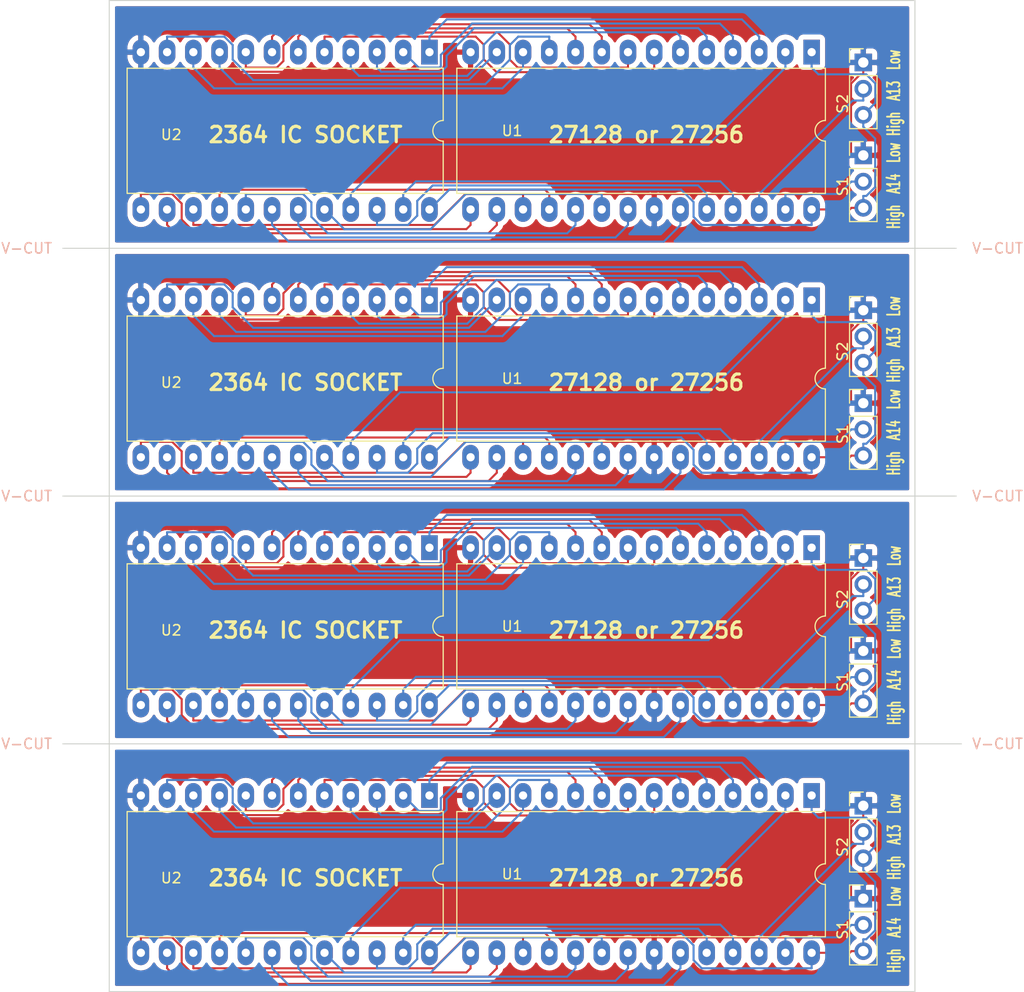
<source format=kicad_pcb>
(kicad_pcb (version 20171130) (host pcbnew "(5.1.9)-1")
  (layers (0 F.Cu signal) (31 B.Cu signal) (34 B.Paste user) (35 F.Paste user) (36 B.SilkS user) (37 F.SilkS user) (38 B.Mask user) (39 F.Mask user) (44 Edge.Cuts user))
  (net 0 "")
  (net 1 +5V)
  (net 2 GND)
  (net 3 "Net-(U1-Pad8)")
  (net 4 "Net-(U1-Pad10)")
  (net 5 "Net-(U1-Pad2)")
  (net 6 "Net-(S1-Pad2)")
  (net 7 "Net-(S2-Pad2)")
  (net 8 "Net-(U1-Pad15)")
  (net 9 "Net-(U1-Pad16)")
  (net 10 "Net-(U1-Pad3)")
  (net 11 "Net-(U1-Pad17)")
  (net 12 "Net-(U1-Pad4)")
  (net 13 "Net-(U1-Pad18)")
  (net 14 "Net-(U1-Pad5)")
  (net 15 "Net-(U1-Pad19)")
  (net 16 "Net-(U1-Pad6)")
  (net 17 "Net-(U1-Pad20)")
  (net 18 "Net-(U1-Pad7)")
  (net 19 "Net-(U1-Pad21)")
  (net 20 "Net-(U1-Pad9)")
  (net 21 "Net-(U1-Pad23)")
  (net 22 "Net-(U1-Pad24)")
  (net 23 "Net-(U1-Pad11)")
  (net 24 "Net-(U1-Pad25)")
  (net 25 "Net-(U1-Pad12)")
  (net 26 "Net-(U1-Pad13)")
  (module Connector_PinHeader_2.54mm:PinHeader_1x03_P2.54mm_Vertical (layer F.Cu) (at 103.01 78.98)
    (fp_text reference S1 (at -2 3 90) (layer F.SilkS))
    (fp_text value SLIDE_SWITCH_3P)
    (pad 3 thru_hole oval (at 0 5.08) (size 1.7 1.7) (drill 1) (layers *.Cu *.Mask) (net 1 +5V))
    (pad 2 thru_hole oval (at 0 2.54) (size 1.7 1.7) (drill 1) (layers *.Cu *.Mask) (net 6 "Net-(S1-Pad2)"))
    (pad 1 thru_hole rect (at 0 0) (size 1.7 1.7) (drill 1) (layers *.Cu *.Mask) (net 2 GND))
  )
  (module Connector_PinHeader_2.54mm:PinHeader_1x03_P2.54mm_Vertical (layer F.Cu) (at 103.01 69.98)
    (fp_text reference S2 (at -2 4 90) (layer F.SilkS))
    (fp_text value SLIDE_SWITCH_3P)
    (pad 1 thru_hole rect (at 0 0) (size 1.7 1.7) (drill 1) (layers *.Cu *.Mask) (net 2 GND))
    (pad 2 thru_hole oval (at 0 2.54) (size 1.7 1.7) (drill 1) (layers *.Cu *.Mask) (net 7 "Net-(S2-Pad2)"))
    (pad 3 thru_hole oval (at 0 5.08) (size 1.7 1.7) (drill 1) (layers *.Cu *.Mask) (net 1 +5V))
  )
  (module Package_DIP:DIP-28_W15.24mm_LongPads (layer F.Cu) (at 98.01 68.98 270)
    (fp_text reference U1 (at 7.62 29) (layer F.SilkS))
    (fp_text value 27256)
    (pad 1 thru_hole rect (at 0 0 270) (size 2.4 1.6) (drill 0.8) (layers *.Cu *.Mask) (net 1 +5V))
    (pad 15 thru_hole oval (at 15.24 33.02 270) (size 2.4 1.6) (drill 0.8) (layers *.Cu *.Mask) (net 8 "Net-(U1-Pad15)"))
    (pad 2 thru_hole oval (at 0 2.54 270) (size 2.4 1.6) (drill 0.8) (layers *.Cu *.Mask) (net 5 "Net-(U1-Pad2)"))
    (pad 16 thru_hole oval (at 15.24 30.48 270) (size 2.4 1.6) (drill 0.8) (layers *.Cu *.Mask) (net 9 "Net-(U1-Pad16)"))
    (pad 3 thru_hole oval (at 0 5.08 270) (size 2.4 1.6) (drill 0.8) (layers *.Cu *.Mask) (net 10 "Net-(U1-Pad3)"))
    (pad 17 thru_hole oval (at 15.24 27.94 270) (size 2.4 1.6) (drill 0.8) (layers *.Cu *.Mask) (net 11 "Net-(U1-Pad17)"))
    (pad 4 thru_hole oval (at 0 7.62 270) (size 2.4 1.6) (drill 0.8) (layers *.Cu *.Mask) (net 12 "Net-(U1-Pad4)"))
    (pad 18 thru_hole oval (at 15.24 25.4 270) (size 2.4 1.6) (drill 0.8) (layers *.Cu *.Mask) (net 13 "Net-(U1-Pad18)"))
    (pad 5 thru_hole oval (at 0 10.16 270) (size 2.4 1.6) (drill 0.8) (layers *.Cu *.Mask) (net 14 "Net-(U1-Pad5)"))
    (pad 19 thru_hole oval (at 15.24 22.86 270) (size 2.4 1.6) (drill 0.8) (layers *.Cu *.Mask) (net 15 "Net-(U1-Pad19)"))
    (pad 6 thru_hole oval (at 0 12.7 270) (size 2.4 1.6) (drill 0.8) (layers *.Cu *.Mask) (net 16 "Net-(U1-Pad6)"))
    (pad 20 thru_hole oval (at 15.24 20.32 270) (size 2.4 1.6) (drill 0.8) (layers *.Cu *.Mask) (net 17 "Net-(U1-Pad20)"))
    (pad 7 thru_hole oval (at 0 15.24 270) (size 2.4 1.6) (drill 0.8) (layers *.Cu *.Mask) (net 18 "Net-(U1-Pad7)"))
    (pad 21 thru_hole oval (at 15.24 17.78 270) (size 2.4 1.6) (drill 0.8) (layers *.Cu *.Mask) (net 19 "Net-(U1-Pad21)"))
    (pad 8 thru_hole oval (at 0 17.78 270) (size 2.4 1.6) (drill 0.8) (layers *.Cu *.Mask) (net 3 "Net-(U1-Pad8)"))
    (pad 22 thru_hole oval (at 15.24 15.24 270) (size 2.4 1.6) (drill 0.8) (layers *.Cu *.Mask) (net 2 GND))
    (pad 9 thru_hole oval (at 0 20.32 270) (size 2.4 1.6) (drill 0.8) (layers *.Cu *.Mask) (net 20 "Net-(U1-Pad9)"))
    (pad 23 thru_hole oval (at 15.24 12.7 270) (size 2.4 1.6) (drill 0.8) (layers *.Cu *.Mask) (net 21 "Net-(U1-Pad23)"))
    (pad 10 thru_hole oval (at 0 22.86 270) (size 2.4 1.6) (drill 0.8) (layers *.Cu *.Mask) (net 4 "Net-(U1-Pad10)"))
    (pad 24 thru_hole oval (at 15.24 10.16 270) (size 2.4 1.6) (drill 0.8) (layers *.Cu *.Mask) (net 22 "Net-(U1-Pad24)"))
    (pad 11 thru_hole oval (at 0 25.4 270) (size 2.4 1.6) (drill 0.8) (layers *.Cu *.Mask) (net 23 "Net-(U1-Pad11)"))
    (pad 25 thru_hole oval (at 15.24 7.62 270) (size 2.4 1.6) (drill 0.8) (layers *.Cu *.Mask) (net 24 "Net-(U1-Pad25)"))
    (pad 12 thru_hole oval (at 0 27.94 270) (size 2.4 1.6) (drill 0.8) (layers *.Cu *.Mask) (net 25 "Net-(U1-Pad12)"))
    (pad 26 thru_hole oval (at 15.24 5.08 270) (size 2.4 1.6) (drill 0.8) (layers *.Cu *.Mask) (net 7 "Net-(S2-Pad2)"))
    (pad 13 thru_hole oval (at 0 30.48 270) (size 2.4 1.6) (drill 0.8) (layers *.Cu *.Mask) (net 26 "Net-(U1-Pad13)"))
    (pad 27 thru_hole oval (at 15.24 2.54 270) (size 2.4 1.6) (drill 0.8) (layers *.Cu *.Mask) (net 6 "Net-(S1-Pad2)"))
    (pad 14 thru_hole oval (at 0 33.02 270) (size 2.4 1.6) (drill 0.8) (layers *.Cu *.Mask) (net 2 GND))
    (pad 28 thru_hole oval (at 15.24 0 270) (size 2.4 1.6) (drill 0.8) (layers *.Cu *.Mask) (net 1 +5V))
  )
  (module Package_DIP:DIP-24_W15.24mm_LongPads (layer F.Cu) (at 61.01 68.98 270)
    (fp_text reference U2 (at 8 25) (layer F.SilkS))
    (fp_text value 2364)
    (pad 1 thru_hole rect (at 0 0 270) (size 2.4 1.6) (drill 0.8) (layers *.Cu *.Mask) (net 10 "Net-(U1-Pad3)"))
    (pad 13 thru_hole oval (at 15.24 27.94 270) (size 2.4 1.6) (drill 0.8) (layers *.Cu *.Mask) (net 8 "Net-(U1-Pad15)"))
    (pad 2 thru_hole oval (at 0 2.54 270) (size 2.4 1.6) (drill 0.8) (layers *.Cu *.Mask) (net 12 "Net-(U1-Pad4)"))
    (pad 14 thru_hole oval (at 15.24 25.4 270) (size 2.4 1.6) (drill 0.8) (layers *.Cu *.Mask) (net 9 "Net-(U1-Pad16)"))
    (pad 3 thru_hole oval (at 0 5.08 270) (size 2.4 1.6) (drill 0.8) (layers *.Cu *.Mask) (net 14 "Net-(U1-Pad5)"))
    (pad 15 thru_hole oval (at 15.24 22.86 270) (size 2.4 1.6) (drill 0.8) (layers *.Cu *.Mask) (net 11 "Net-(U1-Pad17)"))
    (pad 4 thru_hole oval (at 0 7.62 270) (size 2.4 1.6) (drill 0.8) (layers *.Cu *.Mask) (net 16 "Net-(U1-Pad6)"))
    (pad 16 thru_hole oval (at 15.24 20.32 270) (size 2.4 1.6) (drill 0.8) (layers *.Cu *.Mask) (net 13 "Net-(U1-Pad18)"))
    (pad 5 thru_hole oval (at 0 10.16 270) (size 2.4 1.6) (drill 0.8) (layers *.Cu *.Mask) (net 18 "Net-(U1-Pad7)"))
    (pad 17 thru_hole oval (at 15.24 17.78 270) (size 2.4 1.6) (drill 0.8) (layers *.Cu *.Mask) (net 15 "Net-(U1-Pad19)"))
    (pad 6 thru_hole oval (at 0 12.7 270) (size 2.4 1.6) (drill 0.8) (layers *.Cu *.Mask) (net 3 "Net-(U1-Pad8)"))
    (pad 18 thru_hole oval (at 15.24 15.24 270) (size 2.4 1.6) (drill 0.8) (layers *.Cu *.Mask) (net 21 "Net-(U1-Pad23)"))
    (pad 7 thru_hole oval (at 0 15.24 270) (size 2.4 1.6) (drill 0.8) (layers *.Cu *.Mask) (net 20 "Net-(U1-Pad9)"))
    (pad 19 thru_hole oval (at 15.24 12.7 270) (size 2.4 1.6) (drill 0.8) (layers *.Cu *.Mask) (net 19 "Net-(U1-Pad21)"))
    (pad 8 thru_hole oval (at 0 17.78 270) (size 2.4 1.6) (drill 0.8) (layers *.Cu *.Mask) (net 4 "Net-(U1-Pad10)"))
    (pad 20 thru_hole oval (at 15.24 10.16 270) (size 2.4 1.6) (drill 0.8) (layers *.Cu *.Mask) (net 17 "Net-(U1-Pad20)"))
    (pad 9 thru_hole oval (at 0 20.32 270) (size 2.4 1.6) (drill 0.8) (layers *.Cu *.Mask) (net 23 "Net-(U1-Pad11)"))
    (pad 21 thru_hole oval (at 15.24 7.62 270) (size 2.4 1.6) (drill 0.8) (layers *.Cu *.Mask) (net 5 "Net-(U1-Pad2)"))
    (pad 10 thru_hole oval (at 0 22.86 270) (size 2.4 1.6) (drill 0.8) (layers *.Cu *.Mask) (net 25 "Net-(U1-Pad12)"))
    (pad 22 thru_hole oval (at 15.24 5.08 270) (size 2.4 1.6) (drill 0.8) (layers *.Cu *.Mask) (net 22 "Net-(U1-Pad24)"))
    (pad 11 thru_hole oval (at 0 25.4 270) (size 2.4 1.6) (drill 0.8) (layers *.Cu *.Mask) (net 26 "Net-(U1-Pad13)"))
    (pad 23 thru_hole oval (at 15.24 2.54 270) (size 2.4 1.6) (drill 0.8) (layers *.Cu *.Mask) (net 24 "Net-(U1-Pad25)"))
    (pad 12 thru_hole oval (at 0 27.94 270) (size 2.4 1.6) (drill 0.8) (layers *.Cu *.Mask) (net 2 GND))
    (pad 24 thru_hole oval (at 15.24 0 270) (size 2.4 1.6) (drill 0.8) (layers *.Cu *.Mask) (net 1 +5V))
  )
  (module Package_DIP:DIP-24_W15.24mm_LongPads (layer F.Cu) (at 61.01 92.98 270)
    (fp_text reference U2 (at 8 25) (layer F.SilkS))
    (fp_text value 2364)
    (pad 24 thru_hole oval (at 15.24 0 270) (size 2.4 1.6) (drill 0.8) (layers *.Cu *.Mask) (net 1 +5V))
    (pad 12 thru_hole oval (at 0 27.94 270) (size 2.4 1.6) (drill 0.8) (layers *.Cu *.Mask) (net 2 GND))
    (pad 23 thru_hole oval (at 15.24 2.54 270) (size 2.4 1.6) (drill 0.8) (layers *.Cu *.Mask) (net 24 "Net-(U1-Pad25)"))
    (pad 11 thru_hole oval (at 0 25.4 270) (size 2.4 1.6) (drill 0.8) (layers *.Cu *.Mask) (net 26 "Net-(U1-Pad13)"))
    (pad 22 thru_hole oval (at 15.24 5.08 270) (size 2.4 1.6) (drill 0.8) (layers *.Cu *.Mask) (net 22 "Net-(U1-Pad24)"))
    (pad 10 thru_hole oval (at 0 22.86 270) (size 2.4 1.6) (drill 0.8) (layers *.Cu *.Mask) (net 25 "Net-(U1-Pad12)"))
    (pad 21 thru_hole oval (at 15.24 7.62 270) (size 2.4 1.6) (drill 0.8) (layers *.Cu *.Mask) (net 5 "Net-(U1-Pad2)"))
    (pad 9 thru_hole oval (at 0 20.32 270) (size 2.4 1.6) (drill 0.8) (layers *.Cu *.Mask) (net 23 "Net-(U1-Pad11)"))
    (pad 20 thru_hole oval (at 15.24 10.16 270) (size 2.4 1.6) (drill 0.8) (layers *.Cu *.Mask) (net 17 "Net-(U1-Pad20)"))
    (pad 8 thru_hole oval (at 0 17.78 270) (size 2.4 1.6) (drill 0.8) (layers *.Cu *.Mask) (net 4 "Net-(U1-Pad10)"))
    (pad 19 thru_hole oval (at 15.24 12.7 270) (size 2.4 1.6) (drill 0.8) (layers *.Cu *.Mask) (net 19 "Net-(U1-Pad21)"))
    (pad 7 thru_hole oval (at 0 15.24 270) (size 2.4 1.6) (drill 0.8) (layers *.Cu *.Mask) (net 20 "Net-(U1-Pad9)"))
    (pad 18 thru_hole oval (at 15.24 15.24 270) (size 2.4 1.6) (drill 0.8) (layers *.Cu *.Mask) (net 21 "Net-(U1-Pad23)"))
    (pad 6 thru_hole oval (at 0 12.7 270) (size 2.4 1.6) (drill 0.8) (layers *.Cu *.Mask) (net 3 "Net-(U1-Pad8)"))
    (pad 17 thru_hole oval (at 15.24 17.78 270) (size 2.4 1.6) (drill 0.8) (layers *.Cu *.Mask) (net 15 "Net-(U1-Pad19)"))
    (pad 5 thru_hole oval (at 0 10.16 270) (size 2.4 1.6) (drill 0.8) (layers *.Cu *.Mask) (net 18 "Net-(U1-Pad7)"))
    (pad 16 thru_hole oval (at 15.24 20.32 270) (size 2.4 1.6) (drill 0.8) (layers *.Cu *.Mask) (net 13 "Net-(U1-Pad18)"))
    (pad 4 thru_hole oval (at 0 7.62 270) (size 2.4 1.6) (drill 0.8) (layers *.Cu *.Mask) (net 16 "Net-(U1-Pad6)"))
    (pad 15 thru_hole oval (at 15.24 22.86 270) (size 2.4 1.6) (drill 0.8) (layers *.Cu *.Mask) (net 11 "Net-(U1-Pad17)"))
    (pad 3 thru_hole oval (at 0 5.08 270) (size 2.4 1.6) (drill 0.8) (layers *.Cu *.Mask) (net 14 "Net-(U1-Pad5)"))
    (pad 14 thru_hole oval (at 15.24 25.4 270) (size 2.4 1.6) (drill 0.8) (layers *.Cu *.Mask) (net 9 "Net-(U1-Pad16)"))
    (pad 2 thru_hole oval (at 0 2.54 270) (size 2.4 1.6) (drill 0.8) (layers *.Cu *.Mask) (net 12 "Net-(U1-Pad4)"))
    (pad 13 thru_hole oval (at 15.24 27.94 270) (size 2.4 1.6) (drill 0.8) (layers *.Cu *.Mask) (net 8 "Net-(U1-Pad15)"))
    (pad 1 thru_hole rect (at 0 0 270) (size 2.4 1.6) (drill 0.8) (layers *.Cu *.Mask) (net 10 "Net-(U1-Pad3)"))
  )
  (module Package_DIP:DIP-28_W15.24mm_LongPads (layer F.Cu) (at 98.01 92.98 270)
    (fp_text reference U1 (at 7.62 29) (layer F.SilkS))
    (fp_text value 27256)
    (pad 28 thru_hole oval (at 15.24 0 270) (size 2.4 1.6) (drill 0.8) (layers *.Cu *.Mask) (net 1 +5V))
    (pad 14 thru_hole oval (at 0 33.02 270) (size 2.4 1.6) (drill 0.8) (layers *.Cu *.Mask) (net 2 GND))
    (pad 27 thru_hole oval (at 15.24 2.54 270) (size 2.4 1.6) (drill 0.8) (layers *.Cu *.Mask) (net 6 "Net-(S1-Pad2)"))
    (pad 13 thru_hole oval (at 0 30.48 270) (size 2.4 1.6) (drill 0.8) (layers *.Cu *.Mask) (net 26 "Net-(U1-Pad13)"))
    (pad 26 thru_hole oval (at 15.24 5.08 270) (size 2.4 1.6) (drill 0.8) (layers *.Cu *.Mask) (net 7 "Net-(S2-Pad2)"))
    (pad 12 thru_hole oval (at 0 27.94 270) (size 2.4 1.6) (drill 0.8) (layers *.Cu *.Mask) (net 25 "Net-(U1-Pad12)"))
    (pad 25 thru_hole oval (at 15.24 7.62 270) (size 2.4 1.6) (drill 0.8) (layers *.Cu *.Mask) (net 24 "Net-(U1-Pad25)"))
    (pad 11 thru_hole oval (at 0 25.4 270) (size 2.4 1.6) (drill 0.8) (layers *.Cu *.Mask) (net 23 "Net-(U1-Pad11)"))
    (pad 24 thru_hole oval (at 15.24 10.16 270) (size 2.4 1.6) (drill 0.8) (layers *.Cu *.Mask) (net 22 "Net-(U1-Pad24)"))
    (pad 10 thru_hole oval (at 0 22.86 270) (size 2.4 1.6) (drill 0.8) (layers *.Cu *.Mask) (net 4 "Net-(U1-Pad10)"))
    (pad 23 thru_hole oval (at 15.24 12.7 270) (size 2.4 1.6) (drill 0.8) (layers *.Cu *.Mask) (net 21 "Net-(U1-Pad23)"))
    (pad 9 thru_hole oval (at 0 20.32 270) (size 2.4 1.6) (drill 0.8) (layers *.Cu *.Mask) (net 20 "Net-(U1-Pad9)"))
    (pad 22 thru_hole oval (at 15.24 15.24 270) (size 2.4 1.6) (drill 0.8) (layers *.Cu *.Mask) (net 2 GND))
    (pad 8 thru_hole oval (at 0 17.78 270) (size 2.4 1.6) (drill 0.8) (layers *.Cu *.Mask) (net 3 "Net-(U1-Pad8)"))
    (pad 21 thru_hole oval (at 15.24 17.78 270) (size 2.4 1.6) (drill 0.8) (layers *.Cu *.Mask) (net 19 "Net-(U1-Pad21)"))
    (pad 7 thru_hole oval (at 0 15.24 270) (size 2.4 1.6) (drill 0.8) (layers *.Cu *.Mask) (net 18 "Net-(U1-Pad7)"))
    (pad 20 thru_hole oval (at 15.24 20.32 270) (size 2.4 1.6) (drill 0.8) (layers *.Cu *.Mask) (net 17 "Net-(U1-Pad20)"))
    (pad 6 thru_hole oval (at 0 12.7 270) (size 2.4 1.6) (drill 0.8) (layers *.Cu *.Mask) (net 16 "Net-(U1-Pad6)"))
    (pad 19 thru_hole oval (at 15.24 22.86 270) (size 2.4 1.6) (drill 0.8) (layers *.Cu *.Mask) (net 15 "Net-(U1-Pad19)"))
    (pad 5 thru_hole oval (at 0 10.16 270) (size 2.4 1.6) (drill 0.8) (layers *.Cu *.Mask) (net 14 "Net-(U1-Pad5)"))
    (pad 18 thru_hole oval (at 15.24 25.4 270) (size 2.4 1.6) (drill 0.8) (layers *.Cu *.Mask) (net 13 "Net-(U1-Pad18)"))
    (pad 4 thru_hole oval (at 0 7.62 270) (size 2.4 1.6) (drill 0.8) (layers *.Cu *.Mask) (net 12 "Net-(U1-Pad4)"))
    (pad 17 thru_hole oval (at 15.24 27.94 270) (size 2.4 1.6) (drill 0.8) (layers *.Cu *.Mask) (net 11 "Net-(U1-Pad17)"))
    (pad 3 thru_hole oval (at 0 5.08 270) (size 2.4 1.6) (drill 0.8) (layers *.Cu *.Mask) (net 10 "Net-(U1-Pad3)"))
    (pad 16 thru_hole oval (at 15.24 30.48 270) (size 2.4 1.6) (drill 0.8) (layers *.Cu *.Mask) (net 9 "Net-(U1-Pad16)"))
    (pad 2 thru_hole oval (at 0 2.54 270) (size 2.4 1.6) (drill 0.8) (layers *.Cu *.Mask) (net 5 "Net-(U1-Pad2)"))
    (pad 15 thru_hole oval (at 15.24 33.02 270) (size 2.4 1.6) (drill 0.8) (layers *.Cu *.Mask) (net 8 "Net-(U1-Pad15)"))
    (pad 1 thru_hole rect (at 0 0 270) (size 2.4 1.6) (drill 0.8) (layers *.Cu *.Mask) (net 1 +5V))
  )
  (module Connector_PinHeader_2.54mm:PinHeader_1x03_P2.54mm_Vertical (layer F.Cu) (at 103.01 93.98)
    (fp_text reference S2 (at -2 4 90) (layer F.SilkS))
    (fp_text value SLIDE_SWITCH_3P)
    (pad 3 thru_hole oval (at 0 5.08) (size 1.7 1.7) (drill 1) (layers *.Cu *.Mask) (net 1 +5V))
    (pad 2 thru_hole oval (at 0 2.54) (size 1.7 1.7) (drill 1) (layers *.Cu *.Mask) (net 7 "Net-(S2-Pad2)"))
    (pad 1 thru_hole rect (at 0 0) (size 1.7 1.7) (drill 1) (layers *.Cu *.Mask) (net 2 GND))
  )
  (module Connector_PinHeader_2.54mm:PinHeader_1x03_P2.54mm_Vertical (layer F.Cu) (at 103.01 102.98)
    (fp_text reference S1 (at -2 3 90) (layer F.SilkS))
    (fp_text value SLIDE_SWITCH_3P)
    (pad 1 thru_hole rect (at 0 0) (size 1.7 1.7) (drill 1) (layers *.Cu *.Mask) (net 2 GND))
    (pad 2 thru_hole oval (at 0 2.54) (size 1.7 1.7) (drill 1) (layers *.Cu *.Mask) (net 6 "Net-(S1-Pad2)"))
    (pad 3 thru_hole oval (at 0 5.08) (size 1.7 1.7) (drill 1) (layers *.Cu *.Mask) (net 1 +5V))
  )
  (module Package_DIP:DIP-24_W15.24mm_LongPads (layer F.Cu) (at 61.01 116.98 270)
    (fp_text reference U2 (at 8 25) (layer F.SilkS))
    (fp_text value 2364)
    (pad 24 thru_hole oval (at 15.24 0 270) (size 2.4 1.6) (drill 0.8) (layers *.Cu *.Mask) (net 1 +5V))
    (pad 12 thru_hole oval (at 0 27.94 270) (size 2.4 1.6) (drill 0.8) (layers *.Cu *.Mask) (net 2 GND))
    (pad 23 thru_hole oval (at 15.24 2.54 270) (size 2.4 1.6) (drill 0.8) (layers *.Cu *.Mask) (net 24 "Net-(U1-Pad25)"))
    (pad 11 thru_hole oval (at 0 25.4 270) (size 2.4 1.6) (drill 0.8) (layers *.Cu *.Mask) (net 26 "Net-(U1-Pad13)"))
    (pad 22 thru_hole oval (at 15.24 5.08 270) (size 2.4 1.6) (drill 0.8) (layers *.Cu *.Mask) (net 22 "Net-(U1-Pad24)"))
    (pad 10 thru_hole oval (at 0 22.86 270) (size 2.4 1.6) (drill 0.8) (layers *.Cu *.Mask) (net 25 "Net-(U1-Pad12)"))
    (pad 21 thru_hole oval (at 15.24 7.62 270) (size 2.4 1.6) (drill 0.8) (layers *.Cu *.Mask) (net 5 "Net-(U1-Pad2)"))
    (pad 9 thru_hole oval (at 0 20.32 270) (size 2.4 1.6) (drill 0.8) (layers *.Cu *.Mask) (net 23 "Net-(U1-Pad11)"))
    (pad 20 thru_hole oval (at 15.24 10.16 270) (size 2.4 1.6) (drill 0.8) (layers *.Cu *.Mask) (net 17 "Net-(U1-Pad20)"))
    (pad 8 thru_hole oval (at 0 17.78 270) (size 2.4 1.6) (drill 0.8) (layers *.Cu *.Mask) (net 4 "Net-(U1-Pad10)"))
    (pad 19 thru_hole oval (at 15.24 12.7 270) (size 2.4 1.6) (drill 0.8) (layers *.Cu *.Mask) (net 19 "Net-(U1-Pad21)"))
    (pad 7 thru_hole oval (at 0 15.24 270) (size 2.4 1.6) (drill 0.8) (layers *.Cu *.Mask) (net 20 "Net-(U1-Pad9)"))
    (pad 18 thru_hole oval (at 15.24 15.24 270) (size 2.4 1.6) (drill 0.8) (layers *.Cu *.Mask) (net 21 "Net-(U1-Pad23)"))
    (pad 6 thru_hole oval (at 0 12.7 270) (size 2.4 1.6) (drill 0.8) (layers *.Cu *.Mask) (net 3 "Net-(U1-Pad8)"))
    (pad 17 thru_hole oval (at 15.24 17.78 270) (size 2.4 1.6) (drill 0.8) (layers *.Cu *.Mask) (net 15 "Net-(U1-Pad19)"))
    (pad 5 thru_hole oval (at 0 10.16 270) (size 2.4 1.6) (drill 0.8) (layers *.Cu *.Mask) (net 18 "Net-(U1-Pad7)"))
    (pad 16 thru_hole oval (at 15.24 20.32 270) (size 2.4 1.6) (drill 0.8) (layers *.Cu *.Mask) (net 13 "Net-(U1-Pad18)"))
    (pad 4 thru_hole oval (at 0 7.62 270) (size 2.4 1.6) (drill 0.8) (layers *.Cu *.Mask) (net 16 "Net-(U1-Pad6)"))
    (pad 15 thru_hole oval (at 15.24 22.86 270) (size 2.4 1.6) (drill 0.8) (layers *.Cu *.Mask) (net 11 "Net-(U1-Pad17)"))
    (pad 3 thru_hole oval (at 0 5.08 270) (size 2.4 1.6) (drill 0.8) (layers *.Cu *.Mask) (net 14 "Net-(U1-Pad5)"))
    (pad 14 thru_hole oval (at 15.24 25.4 270) (size 2.4 1.6) (drill 0.8) (layers *.Cu *.Mask) (net 9 "Net-(U1-Pad16)"))
    (pad 2 thru_hole oval (at 0 2.54 270) (size 2.4 1.6) (drill 0.8) (layers *.Cu *.Mask) (net 12 "Net-(U1-Pad4)"))
    (pad 13 thru_hole oval (at 15.24 27.94 270) (size 2.4 1.6) (drill 0.8) (layers *.Cu *.Mask) (net 8 "Net-(U1-Pad15)"))
    (pad 1 thru_hole rect (at 0 0 270) (size 2.4 1.6) (drill 0.8) (layers *.Cu *.Mask) (net 10 "Net-(U1-Pad3)"))
  )
  (module Package_DIP:DIP-28_W15.24mm_LongPads (layer F.Cu) (at 98.01 116.98 270)
    (fp_text reference U1 (at 7.62 29) (layer F.SilkS))
    (fp_text value 27256)
    (pad 28 thru_hole oval (at 15.24 0 270) (size 2.4 1.6) (drill 0.8) (layers *.Cu *.Mask) (net 1 +5V))
    (pad 14 thru_hole oval (at 0 33.02 270) (size 2.4 1.6) (drill 0.8) (layers *.Cu *.Mask) (net 2 GND))
    (pad 27 thru_hole oval (at 15.24 2.54 270) (size 2.4 1.6) (drill 0.8) (layers *.Cu *.Mask) (net 6 "Net-(S1-Pad2)"))
    (pad 13 thru_hole oval (at 0 30.48 270) (size 2.4 1.6) (drill 0.8) (layers *.Cu *.Mask) (net 26 "Net-(U1-Pad13)"))
    (pad 26 thru_hole oval (at 15.24 5.08 270) (size 2.4 1.6) (drill 0.8) (layers *.Cu *.Mask) (net 7 "Net-(S2-Pad2)"))
    (pad 12 thru_hole oval (at 0 27.94 270) (size 2.4 1.6) (drill 0.8) (layers *.Cu *.Mask) (net 25 "Net-(U1-Pad12)"))
    (pad 25 thru_hole oval (at 15.24 7.62 270) (size 2.4 1.6) (drill 0.8) (layers *.Cu *.Mask) (net 24 "Net-(U1-Pad25)"))
    (pad 11 thru_hole oval (at 0 25.4 270) (size 2.4 1.6) (drill 0.8) (layers *.Cu *.Mask) (net 23 "Net-(U1-Pad11)"))
    (pad 24 thru_hole oval (at 15.24 10.16 270) (size 2.4 1.6) (drill 0.8) (layers *.Cu *.Mask) (net 22 "Net-(U1-Pad24)"))
    (pad 10 thru_hole oval (at 0 22.86 270) (size 2.4 1.6) (drill 0.8) (layers *.Cu *.Mask) (net 4 "Net-(U1-Pad10)"))
    (pad 23 thru_hole oval (at 15.24 12.7 270) (size 2.4 1.6) (drill 0.8) (layers *.Cu *.Mask) (net 21 "Net-(U1-Pad23)"))
    (pad 9 thru_hole oval (at 0 20.32 270) (size 2.4 1.6) (drill 0.8) (layers *.Cu *.Mask) (net 20 "Net-(U1-Pad9)"))
    (pad 22 thru_hole oval (at 15.24 15.24 270) (size 2.4 1.6) (drill 0.8) (layers *.Cu *.Mask) (net 2 GND))
    (pad 8 thru_hole oval (at 0 17.78 270) (size 2.4 1.6) (drill 0.8) (layers *.Cu *.Mask) (net 3 "Net-(U1-Pad8)"))
    (pad 21 thru_hole oval (at 15.24 17.78 270) (size 2.4 1.6) (drill 0.8) (layers *.Cu *.Mask) (net 19 "Net-(U1-Pad21)"))
    (pad 7 thru_hole oval (at 0 15.24 270) (size 2.4 1.6) (drill 0.8) (layers *.Cu *.Mask) (net 18 "Net-(U1-Pad7)"))
    (pad 20 thru_hole oval (at 15.24 20.32 270) (size 2.4 1.6) (drill 0.8) (layers *.Cu *.Mask) (net 17 "Net-(U1-Pad20)"))
    (pad 6 thru_hole oval (at 0 12.7 270) (size 2.4 1.6) (drill 0.8) (layers *.Cu *.Mask) (net 16 "Net-(U1-Pad6)"))
    (pad 19 thru_hole oval (at 15.24 22.86 270) (size 2.4 1.6) (drill 0.8) (layers *.Cu *.Mask) (net 15 "Net-(U1-Pad19)"))
    (pad 5 thru_hole oval (at 0 10.16 270) (size 2.4 1.6) (drill 0.8) (layers *.Cu *.Mask) (net 14 "Net-(U1-Pad5)"))
    (pad 18 thru_hole oval (at 15.24 25.4 270) (size 2.4 1.6) (drill 0.8) (layers *.Cu *.Mask) (net 13 "Net-(U1-Pad18)"))
    (pad 4 thru_hole oval (at 0 7.62 270) (size 2.4 1.6) (drill 0.8) (layers *.Cu *.Mask) (net 12 "Net-(U1-Pad4)"))
    (pad 17 thru_hole oval (at 15.24 27.94 270) (size 2.4 1.6) (drill 0.8) (layers *.Cu *.Mask) (net 11 "Net-(U1-Pad17)"))
    (pad 3 thru_hole oval (at 0 5.08 270) (size 2.4 1.6) (drill 0.8) (layers *.Cu *.Mask) (net 10 "Net-(U1-Pad3)"))
    (pad 16 thru_hole oval (at 15.24 30.48 270) (size 2.4 1.6) (drill 0.8) (layers *.Cu *.Mask) (net 9 "Net-(U1-Pad16)"))
    (pad 2 thru_hole oval (at 0 2.54 270) (size 2.4 1.6) (drill 0.8) (layers *.Cu *.Mask) (net 5 "Net-(U1-Pad2)"))
    (pad 15 thru_hole oval (at 15.24 33.02 270) (size 2.4 1.6) (drill 0.8) (layers *.Cu *.Mask) (net 8 "Net-(U1-Pad15)"))
    (pad 1 thru_hole rect (at 0 0 270) (size 2.4 1.6) (drill 0.8) (layers *.Cu *.Mask) (net 1 +5V))
  )
  (module Connector_PinHeader_2.54mm:PinHeader_1x03_P2.54mm_Vertical (layer F.Cu) (at 103.01 117.98)
    (fp_text reference S2 (at -2 4 90) (layer F.SilkS))
    (fp_text value SLIDE_SWITCH_3P)
    (pad 3 thru_hole oval (at 0 5.08) (size 1.7 1.7) (drill 1) (layers *.Cu *.Mask) (net 1 +5V))
    (pad 2 thru_hole oval (at 0 2.54) (size 1.7 1.7) (drill 1) (layers *.Cu *.Mask) (net 7 "Net-(S2-Pad2)"))
    (pad 1 thru_hole rect (at 0 0) (size 1.7 1.7) (drill 1) (layers *.Cu *.Mask) (net 2 GND))
  )
  (module Connector_PinHeader_2.54mm:PinHeader_1x03_P2.54mm_Vertical (layer F.Cu) (at 103.01 126.98)
    (fp_text reference S1 (at -2 3 90) (layer F.SilkS))
    (fp_text value SLIDE_SWITCH_3P)
    (pad 1 thru_hole rect (at 0 0) (size 1.7 1.7) (drill 1) (layers *.Cu *.Mask) (net 2 GND))
    (pad 2 thru_hole oval (at 0 2.54) (size 1.7 1.7) (drill 1) (layers *.Cu *.Mask) (net 6 "Net-(S1-Pad2)"))
    (pad 3 thru_hole oval (at 0 5.08) (size 1.7 1.7) (drill 1) (layers *.Cu *.Mask) (net 1 +5V))
  )
  (module Connector_PinHeader_2.54mm:PinHeader_1x03_P2.54mm_Vertical (layer F.Cu) (at 103.01 150.98)
    (fp_text reference S1 (at -2 3 90) (layer F.SilkS))
    (fp_text value SLIDE_SWITCH_3P)
    (pad 3 thru_hole oval (at 0 5.08) (size 1.7 1.7) (drill 1) (layers *.Cu *.Mask) (net 1 +5V))
    (pad 2 thru_hole oval (at 0 2.54) (size 1.7 1.7) (drill 1) (layers *.Cu *.Mask) (net 6 "Net-(S1-Pad2)"))
    (pad 1 thru_hole rect (at 0 0) (size 1.7 1.7) (drill 1) (layers *.Cu *.Mask) (net 2 GND))
  )
  (module Connector_PinHeader_2.54mm:PinHeader_1x03_P2.54mm_Vertical (layer F.Cu) (at 103.01 141.98)
    (fp_text reference S2 (at -2 4 90) (layer F.SilkS))
    (fp_text value SLIDE_SWITCH_3P)
    (pad 1 thru_hole rect (at 0 0) (size 1.7 1.7) (drill 1) (layers *.Cu *.Mask) (net 2 GND))
    (pad 2 thru_hole oval (at 0 2.54) (size 1.7 1.7) (drill 1) (layers *.Cu *.Mask) (net 7 "Net-(S2-Pad2)"))
    (pad 3 thru_hole oval (at 0 5.08) (size 1.7 1.7) (drill 1) (layers *.Cu *.Mask) (net 1 +5V))
  )
  (module Package_DIP:DIP-28_W15.24mm_LongPads (layer F.Cu) (at 98.01 140.98 270)
    (fp_text reference U1 (at 7.62 29) (layer F.SilkS))
    (fp_text value 27256)
    (pad 1 thru_hole rect (at 0 0 270) (size 2.4 1.6) (drill 0.8) (layers *.Cu *.Mask) (net 1 +5V))
    (pad 15 thru_hole oval (at 15.24 33.02 270) (size 2.4 1.6) (drill 0.8) (layers *.Cu *.Mask) (net 8 "Net-(U1-Pad15)"))
    (pad 2 thru_hole oval (at 0 2.54 270) (size 2.4 1.6) (drill 0.8) (layers *.Cu *.Mask) (net 5 "Net-(U1-Pad2)"))
    (pad 16 thru_hole oval (at 15.24 30.48 270) (size 2.4 1.6) (drill 0.8) (layers *.Cu *.Mask) (net 9 "Net-(U1-Pad16)"))
    (pad 3 thru_hole oval (at 0 5.08 270) (size 2.4 1.6) (drill 0.8) (layers *.Cu *.Mask) (net 10 "Net-(U1-Pad3)"))
    (pad 17 thru_hole oval (at 15.24 27.94 270) (size 2.4 1.6) (drill 0.8) (layers *.Cu *.Mask) (net 11 "Net-(U1-Pad17)"))
    (pad 4 thru_hole oval (at 0 7.62 270) (size 2.4 1.6) (drill 0.8) (layers *.Cu *.Mask) (net 12 "Net-(U1-Pad4)"))
    (pad 18 thru_hole oval (at 15.24 25.4 270) (size 2.4 1.6) (drill 0.8) (layers *.Cu *.Mask) (net 13 "Net-(U1-Pad18)"))
    (pad 5 thru_hole oval (at 0 10.16 270) (size 2.4 1.6) (drill 0.8) (layers *.Cu *.Mask) (net 14 "Net-(U1-Pad5)"))
    (pad 19 thru_hole oval (at 15.24 22.86 270) (size 2.4 1.6) (drill 0.8) (layers *.Cu *.Mask) (net 15 "Net-(U1-Pad19)"))
    (pad 6 thru_hole oval (at 0 12.7 270) (size 2.4 1.6) (drill 0.8) (layers *.Cu *.Mask) (net 16 "Net-(U1-Pad6)"))
    (pad 20 thru_hole oval (at 15.24 20.32 270) (size 2.4 1.6) (drill 0.8) (layers *.Cu *.Mask) (net 17 "Net-(U1-Pad20)"))
    (pad 7 thru_hole oval (at 0 15.24 270) (size 2.4 1.6) (drill 0.8) (layers *.Cu *.Mask) (net 18 "Net-(U1-Pad7)"))
    (pad 21 thru_hole oval (at 15.24 17.78 270) (size 2.4 1.6) (drill 0.8) (layers *.Cu *.Mask) (net 19 "Net-(U1-Pad21)"))
    (pad 8 thru_hole oval (at 0 17.78 270) (size 2.4 1.6) (drill 0.8) (layers *.Cu *.Mask) (net 3 "Net-(U1-Pad8)"))
    (pad 22 thru_hole oval (at 15.24 15.24 270) (size 2.4 1.6) (drill 0.8) (layers *.Cu *.Mask) (net 2 GND))
    (pad 9 thru_hole oval (at 0 20.32 270) (size 2.4 1.6) (drill 0.8) (layers *.Cu *.Mask) (net 20 "Net-(U1-Pad9)"))
    (pad 23 thru_hole oval (at 15.24 12.7 270) (size 2.4 1.6) (drill 0.8) (layers *.Cu *.Mask) (net 21 "Net-(U1-Pad23)"))
    (pad 10 thru_hole oval (at 0 22.86 270) (size 2.4 1.6) (drill 0.8) (layers *.Cu *.Mask) (net 4 "Net-(U1-Pad10)"))
    (pad 24 thru_hole oval (at 15.24 10.16 270) (size 2.4 1.6) (drill 0.8) (layers *.Cu *.Mask) (net 22 "Net-(U1-Pad24)"))
    (pad 11 thru_hole oval (at 0 25.4 270) (size 2.4 1.6) (drill 0.8) (layers *.Cu *.Mask) (net 23 "Net-(U1-Pad11)"))
    (pad 25 thru_hole oval (at 15.24 7.62 270) (size 2.4 1.6) (drill 0.8) (layers *.Cu *.Mask) (net 24 "Net-(U1-Pad25)"))
    (pad 12 thru_hole oval (at 0 27.94 270) (size 2.4 1.6) (drill 0.8) (layers *.Cu *.Mask) (net 25 "Net-(U1-Pad12)"))
    (pad 26 thru_hole oval (at 15.24 5.08 270) (size 2.4 1.6) (drill 0.8) (layers *.Cu *.Mask) (net 7 "Net-(S2-Pad2)"))
    (pad 13 thru_hole oval (at 0 30.48 270) (size 2.4 1.6) (drill 0.8) (layers *.Cu *.Mask) (net 26 "Net-(U1-Pad13)"))
    (pad 27 thru_hole oval (at 15.24 2.54 270) (size 2.4 1.6) (drill 0.8) (layers *.Cu *.Mask) (net 6 "Net-(S1-Pad2)"))
    (pad 14 thru_hole oval (at 0 33.02 270) (size 2.4 1.6) (drill 0.8) (layers *.Cu *.Mask) (net 2 GND))
    (pad 28 thru_hole oval (at 15.24 0 270) (size 2.4 1.6) (drill 0.8) (layers *.Cu *.Mask) (net 1 +5V))
  )
  (module Package_DIP:DIP-24_W15.24mm_LongPads (layer F.Cu) (at 61.01 140.98 270)
    (fp_text reference U2 (at 8 25) (layer F.SilkS))
    (fp_text value 2364)
    (pad 1 thru_hole rect (at 0 0 270) (size 2.4 1.6) (drill 0.8) (layers *.Cu *.Mask) (net 10 "Net-(U1-Pad3)"))
    (pad 13 thru_hole oval (at 15.24 27.94 270) (size 2.4 1.6) (drill 0.8) (layers *.Cu *.Mask) (net 8 "Net-(U1-Pad15)"))
    (pad 2 thru_hole oval (at 0 2.54 270) (size 2.4 1.6) (drill 0.8) (layers *.Cu *.Mask) (net 12 "Net-(U1-Pad4)"))
    (pad 14 thru_hole oval (at 15.24 25.4 270) (size 2.4 1.6) (drill 0.8) (layers *.Cu *.Mask) (net 9 "Net-(U1-Pad16)"))
    (pad 3 thru_hole oval (at 0 5.08 270) (size 2.4 1.6) (drill 0.8) (layers *.Cu *.Mask) (net 14 "Net-(U1-Pad5)"))
    (pad 15 thru_hole oval (at 15.24 22.86 270) (size 2.4 1.6) (drill 0.8) (layers *.Cu *.Mask) (net 11 "Net-(U1-Pad17)"))
    (pad 4 thru_hole oval (at 0 7.62 270) (size 2.4 1.6) (drill 0.8) (layers *.Cu *.Mask) (net 16 "Net-(U1-Pad6)"))
    (pad 16 thru_hole oval (at 15.24 20.32 270) (size 2.4 1.6) (drill 0.8) (layers *.Cu *.Mask) (net 13 "Net-(U1-Pad18)"))
    (pad 5 thru_hole oval (at 0 10.16 270) (size 2.4 1.6) (drill 0.8) (layers *.Cu *.Mask) (net 18 "Net-(U1-Pad7)"))
    (pad 17 thru_hole oval (at 15.24 17.78 270) (size 2.4 1.6) (drill 0.8) (layers *.Cu *.Mask) (net 15 "Net-(U1-Pad19)"))
    (pad 6 thru_hole oval (at 0 12.7 270) (size 2.4 1.6) (drill 0.8) (layers *.Cu *.Mask) (net 3 "Net-(U1-Pad8)"))
    (pad 18 thru_hole oval (at 15.24 15.24 270) (size 2.4 1.6) (drill 0.8) (layers *.Cu *.Mask) (net 21 "Net-(U1-Pad23)"))
    (pad 7 thru_hole oval (at 0 15.24 270) (size 2.4 1.6) (drill 0.8) (layers *.Cu *.Mask) (net 20 "Net-(U1-Pad9)"))
    (pad 19 thru_hole oval (at 15.24 12.7 270) (size 2.4 1.6) (drill 0.8) (layers *.Cu *.Mask) (net 19 "Net-(U1-Pad21)"))
    (pad 8 thru_hole oval (at 0 17.78 270) (size 2.4 1.6) (drill 0.8) (layers *.Cu *.Mask) (net 4 "Net-(U1-Pad10)"))
    (pad 20 thru_hole oval (at 15.24 10.16 270) (size 2.4 1.6) (drill 0.8) (layers *.Cu *.Mask) (net 17 "Net-(U1-Pad20)"))
    (pad 9 thru_hole oval (at 0 20.32 270) (size 2.4 1.6) (drill 0.8) (layers *.Cu *.Mask) (net 23 "Net-(U1-Pad11)"))
    (pad 21 thru_hole oval (at 15.24 7.62 270) (size 2.4 1.6) (drill 0.8) (layers *.Cu *.Mask) (net 5 "Net-(U1-Pad2)"))
    (pad 10 thru_hole oval (at 0 22.86 270) (size 2.4 1.6) (drill 0.8) (layers *.Cu *.Mask) (net 25 "Net-(U1-Pad12)"))
    (pad 22 thru_hole oval (at 15.24 5.08 270) (size 2.4 1.6) (drill 0.8) (layers *.Cu *.Mask) (net 22 "Net-(U1-Pad24)"))
    (pad 11 thru_hole oval (at 0 25.4 270) (size 2.4 1.6) (drill 0.8) (layers *.Cu *.Mask) (net 26 "Net-(U1-Pad13)"))
    (pad 23 thru_hole oval (at 15.24 2.54 270) (size 2.4 1.6) (drill 0.8) (layers *.Cu *.Mask) (net 24 "Net-(U1-Pad25)"))
    (pad 12 thru_hole oval (at 0 27.94 270) (size 2.4 1.6) (drill 0.8) (layers *.Cu *.Mask) (net 2 GND))
    (pad 24 thru_hole oval (at 15.24 0 270) (size 2.4 1.6) (drill 0.8) (layers *.Cu *.Mask) (net 1 +5V))
  )
  (gr_text "High  A14  Low" (at 105.956 81.93 90) (layer F.SilkS) (effects (font (size 1.2 0.7) (thickness 0.175))))
  (gr_text "High  A13  Low" (at 105.956 72.93 90) (layer F.SilkS) (effects (font (size 1.2 0.7) (thickness 0.175))))
  (gr_text "High  A14  Low" (at 105.956 105.806 90) (layer F.SilkS) (effects (font (size 1.2 0.7) (thickness 0.175))))
  (gr_text "High  A13  Low" (at 105.956 96.806 90) (layer F.SilkS) (effects (font (size 1.2 0.7) (thickness 0.175))))
  (gr_text V-CUT (at 22.01 87.98) (layer B.SilkS) (effects (font (size 1 1))))
  (gr_text V-CUT (at 116.01 87.98) (layer B.SilkS) (effects (font (size 1 1))))
  (gr_line (start 112.01 87.98) (end 25.51 87.98) (layer Edge.Cuts) (width 0.1))
  (gr_text "27128 or 27256" (at 82.01 76.98) (layer F.SilkS) (effects (font (size 1.5 1.5) (thickness 0.3))))
  (gr_text "2364 IC SOCKET" (at 49.01 76.98) (layer F.SilkS) (effects (font (size 1.5 1.5) (thickness 0.3))))
  (gr_line (start 108.01 63.98) (end 30.01 63.98) (layer Edge.Cuts) (width 0.1))
  (gr_text V-CUT (at 22.01 135.98) (layer B.SilkS) (effects (font (size 1 1))))
  (gr_text V-CUT (at 22.01 111.98) (layer B.SilkS) (effects (font (size 1 1))))
  (gr_text V-CUT (at 116.01 135.98) (layer B.SilkS) (effects (font (size 1 1))))
  (gr_text V-CUT (at 116.01 111.98) (layer B.SilkS) (effects (font (size 1 1))))
  (gr_line (start 112.01 111.98) (end 25.51 111.98) (layer Edge.Cuts) (width 0.1))
  (gr_line (start 25.51 135.98) (end 112.51 135.98) (layer Edge.Cuts) (width 0.1))
  (gr_line (start 30.01 63.98) (end 30.01 159.98) (layer Edge.Cuts) (width 0.1))
  (gr_line (start 108.01 159.98) (end 108.01 63.98) (layer Edge.Cuts) (width 0.1))
  (gr_line (start 30.01 159.98) (end 108.01 159.98) (layer Edge.Cuts) (width 0.1))
  (gr_text "2364 IC SOCKET" (at 49.01 100.98) (layer F.SilkS) (effects (font (size 1.5 1.5) (thickness 0.3))))
  (gr_text "27128 or 27256" (at 82.01 100.98) (layer F.SilkS) (effects (font (size 1.5 1.5) (thickness 0.3))))
  (gr_text "2364 IC SOCKET" (at 49.01 124.98) (layer F.SilkS) (effects (font (size 1.5 1.5) (thickness 0.3))))
  (gr_text "27128 or 27256" (at 82.01 124.98) (layer F.SilkS) (effects (font (size 1.5 1.5) (thickness 0.3))))
  (gr_text "High  A13  Low" (at 106.01 120.98 90) (layer F.SilkS) (effects (font (size 1.2 0.7) (thickness 0.175))))
  (gr_text "High  A14  Low" (at 106.01 129.98 90) (layer F.SilkS) (effects (font (size 1.2 0.7) (thickness 0.175))))
  (gr_text "High  A14  Low" (at 106.01 153.98 90) (layer F.SilkS) (effects (font (size 1.2 0.7) (thickness 0.175))))
  (gr_text "High  A13  Low" (at 106.01 144.98 90) (layer F.SilkS) (effects (font (size 1.2 0.7) (thickness 0.175))))
  (gr_text "27128 or 27256" (at 82.01 148.98) (layer F.SilkS) (effects (font (size 1.5 1.5) (thickness 0.3))))
  (gr_text "2364 IC SOCKET" (at 49.01 148.98) (layer F.SilkS) (effects (font (size 1.5 1.5) (thickness 0.3))))
  (segment (start 103.01 156.06) (end 101.8597 156.06) (width 0.2) (layer F.Cu) (net 1))
  (segment (start 98.01 156.22) (end 101.6997 156.22) (width 0.2) (layer F.Cu) (net 1))
  (segment (start 101.6997 156.22) (end 101.8597 156.06) (width 0.2) (layer F.Cu) (net 1))
  (segment (start 98.01 156.22) (end 98.01 157.7203) (width 0.2) (layer B.Cu) (net 1))
  (segment (start 61.01 156.22) (end 62.9379 154.2921) (width 0.2) (layer B.Cu) (net 1))
  (segment (start 62.9379 154.2921) (end 85.373 154.2921) (width 0.2) (layer B.Cu) (net 1))
  (segment (start 85.373 154.2921) (end 86.58 155.4991) (width 0.2) (layer B.Cu) (net 1))
  (segment (start 86.58 155.4991) (end 86.58 156.9309) (width 0.2) (layer B.Cu) (net 1))
  (segment (start 86.58 156.9309) (end 87.3694 157.7203) (width 0.2) (layer B.Cu) (net 1))
  (segment (start 87.3694 157.7203) (end 98.01 157.7203) (width 0.2) (layer B.Cu) (net 1))
  (segment (start 103.01 147.06) (end 103.01 148.2103) (width 0.2) (layer B.Cu) (net 1))
  (segment (start 103.01 156.06) (end 103.01 154.9097) (width 0.2) (layer B.Cu) (net 1))
  (segment (start 103.01 154.9097) (end 103.2976 154.9097) (width 0.2) (layer B.Cu) (net 1))
  (segment (start 103.2976 154.9097) (end 104.1604 154.0469) (width 0.2) (layer B.Cu) (net 1))
  (segment (start 104.1604 154.0469) (end 104.1604 149.3607) (width 0.2) (layer B.Cu) (net 1))
  (segment (start 104.1604 149.3607) (end 103.01 148.2103) (width 0.2) (layer B.Cu) (net 1))
  (segment (start 98.01 140.98) (end 98.01 142.4803) (width 0.2) (layer B.Cu) (net 1))
  (segment (start 103.01 147.06) (end 104.1715 145.8985) (width 0.2) (layer B.Cu) (net 1))
  (segment (start 104.1715 145.8985) (end 104.1715 144.0107) (width 0.2) (layer B.Cu) (net 1))
  (segment (start 104.1715 144.0107) (end 103.2912 143.1304) (width 0.2) (layer B.Cu) (net 1))
  (segment (start 103.2912 143.1304) (end 98.6601 143.1304) (width 0.2) (layer B.Cu) (net 1))
  (segment (start 98.6601 143.1304) (end 98.01 142.4803) (width 0.2) (layer B.Cu) (net 1))
  (segment (start 103.01 132.06) (end 101.8597 132.06) (width 0.2) (layer F.Cu) (net 1))
  (segment (start 98.01 132.22) (end 101.6997 132.22) (width 0.2) (layer F.Cu) (net 1))
  (segment (start 101.6997 132.22) (end 101.8597 132.06) (width 0.2) (layer F.Cu) (net 1))
  (segment (start 98.01 132.22) (end 98.01 133.7203) (width 0.2) (layer B.Cu) (net 1))
  (segment (start 61.01 132.22) (end 62.9379 130.2921) (width 0.2) (layer B.Cu) (net 1))
  (segment (start 62.9379 130.2921) (end 85.373 130.2921) (width 0.2) (layer B.Cu) (net 1))
  (segment (start 85.373 130.2921) (end 86.58 131.4991) (width 0.2) (layer B.Cu) (net 1))
  (segment (start 86.58 131.4991) (end 86.58 132.9309) (width 0.2) (layer B.Cu) (net 1))
  (segment (start 86.58 132.9309) (end 87.3694 133.7203) (width 0.2) (layer B.Cu) (net 1))
  (segment (start 87.3694 133.7203) (end 98.01 133.7203) (width 0.2) (layer B.Cu) (net 1))
  (segment (start 103.01 123.06) (end 103.01 124.2103) (width 0.2) (layer B.Cu) (net 1))
  (segment (start 103.01 132.06) (end 103.01 130.9097) (width 0.2) (layer B.Cu) (net 1))
  (segment (start 103.01 130.9097) (end 103.2976 130.9097) (width 0.2) (layer B.Cu) (net 1))
  (segment (start 103.2976 130.9097) (end 104.1604 130.0469) (width 0.2) (layer B.Cu) (net 1))
  (segment (start 104.1604 130.0469) (end 104.1604 125.3607) (width 0.2) (layer B.Cu) (net 1))
  (segment (start 104.1604 125.3607) (end 103.01 124.2103) (width 0.2) (layer B.Cu) (net 1))
  (segment (start 98.01 116.98) (end 98.01 118.4803) (width 0.2) (layer B.Cu) (net 1))
  (segment (start 103.01 123.06) (end 104.1715 121.8985) (width 0.2) (layer B.Cu) (net 1))
  (segment (start 104.1715 121.8985) (end 104.1715 120.0107) (width 0.2) (layer B.Cu) (net 1))
  (segment (start 104.1715 120.0107) (end 103.2912 119.1304) (width 0.2) (layer B.Cu) (net 1))
  (segment (start 103.2912 119.1304) (end 98.6601 119.1304) (width 0.2) (layer B.Cu) (net 1))
  (segment (start 98.6601 119.1304) (end 98.01 118.4803) (width 0.2) (layer B.Cu) (net 1))
  (segment (start 103.01 108.06) (end 101.8597 108.06) (width 0.2) (layer F.Cu) (net 1))
  (segment (start 98.01 108.22) (end 101.6997 108.22) (width 0.2) (layer F.Cu) (net 1))
  (segment (start 101.6997 108.22) (end 101.8597 108.06) (width 0.2) (layer F.Cu) (net 1))
  (segment (start 98.01 108.22) (end 98.01 109.7203) (width 0.2) (layer B.Cu) (net 1))
  (segment (start 61.01 108.22) (end 62.9379 106.2921) (width 0.2) (layer B.Cu) (net 1))
  (segment (start 62.9379 106.2921) (end 85.373 106.2921) (width 0.2) (layer B.Cu) (net 1))
  (segment (start 85.373 106.2921) (end 86.58 107.4991) (width 0.2) (layer B.Cu) (net 1))
  (segment (start 86.58 107.4991) (end 86.58 108.9309) (width 0.2) (layer B.Cu) (net 1))
  (segment (start 86.58 108.9309) (end 87.3694 109.7203) (width 0.2) (layer B.Cu) (net 1))
  (segment (start 87.3694 109.7203) (end 98.01 109.7203) (width 0.2) (layer B.Cu) (net 1))
  (segment (start 103.01 99.06) (end 103.01 100.2103) (width 0.2) (layer B.Cu) (net 1))
  (segment (start 103.01 108.06) (end 103.01 106.9097) (width 0.2) (layer B.Cu) (net 1))
  (segment (start 103.01 106.9097) (end 103.2976 106.9097) (width 0.2) (layer B.Cu) (net 1))
  (segment (start 103.2976 106.9097) (end 104.1604 106.0469) (width 0.2) (layer B.Cu) (net 1))
  (segment (start 104.1604 106.0469) (end 104.1604 101.3607) (width 0.2) (layer B.Cu) (net 1))
  (segment (start 104.1604 101.3607) (end 103.01 100.2103) (width 0.2) (layer B.Cu) (net 1))
  (segment (start 98.01 92.98) (end 98.01 94.4803) (width 0.2) (layer B.Cu) (net 1))
  (segment (start 103.01 99.06) (end 104.1715 97.8985) (width 0.2) (layer B.Cu) (net 1))
  (segment (start 104.1715 97.8985) (end 104.1715 96.0107) (width 0.2) (layer B.Cu) (net 1))
  (segment (start 104.1715 96.0107) (end 103.2912 95.1304) (width 0.2) (layer B.Cu) (net 1))
  (segment (start 103.2912 95.1304) (end 98.6601 95.1304) (width 0.2) (layer B.Cu) (net 1))
  (segment (start 98.6601 95.1304) (end 98.01 94.4803) (width 0.2) (layer B.Cu) (net 1))
  (segment (start 103.01 84.06) (end 101.8597 84.06) (width 0.2) (layer F.Cu) (net 1))
  (segment (start 98.01 84.22) (end 101.6997 84.22) (width 0.2) (layer F.Cu) (net 1))
  (segment (start 101.6997 84.22) (end 101.8597 84.06) (width 0.2) (layer F.Cu) (net 1))
  (segment (start 98.01 84.22) (end 98.01 85.7203) (width 0.2) (layer B.Cu) (net 1))
  (segment (start 61.01 84.22) (end 62.9379 82.2921) (width 0.2) (layer B.Cu) (net 1))
  (segment (start 62.9379 82.2921) (end 85.373 82.2921) (width 0.2) (layer B.Cu) (net 1))
  (segment (start 85.373 82.2921) (end 86.58 83.4991) (width 0.2) (layer B.Cu) (net 1))
  (segment (start 86.58 83.4991) (end 86.58 84.9309) (width 0.2) (layer B.Cu) (net 1))
  (segment (start 86.58 84.9309) (end 87.3694 85.7203) (width 0.2) (layer B.Cu) (net 1))
  (segment (start 87.3694 85.7203) (end 98.01 85.7203) (width 0.2) (layer B.Cu) (net 1))
  (segment (start 103.01 75.06) (end 103.01 76.2103) (width 0.2) (layer B.Cu) (net 1))
  (segment (start 103.01 84.06) (end 103.01 82.9097) (width 0.2) (layer B.Cu) (net 1))
  (segment (start 103.01 82.9097) (end 103.2976 82.9097) (width 0.2) (layer B.Cu) (net 1))
  (segment (start 103.2976 82.9097) (end 104.1604 82.0469) (width 0.2) (layer B.Cu) (net 1))
  (segment (start 104.1604 82.0469) (end 104.1604 77.3607) (width 0.2) (layer B.Cu) (net 1))
  (segment (start 104.1604 77.3607) (end 103.01 76.2103) (width 0.2) (layer B.Cu) (net 1))
  (segment (start 98.01 68.98) (end 98.01 70.4803) (width 0.2) (layer B.Cu) (net 1))
  (segment (start 103.01 75.06) (end 104.1715 73.8985) (width 0.2) (layer B.Cu) (net 1))
  (segment (start 104.1715 73.8985) (end 104.1715 72.0107) (width 0.2) (layer B.Cu) (net 1))
  (segment (start 104.1715 72.0107) (end 103.2912 71.1304) (width 0.2) (layer B.Cu) (net 1))
  (segment (start 103.2912 71.1304) (end 98.6601 71.1304) (width 0.2) (layer B.Cu) (net 1))
  (segment (start 98.6601 71.1304) (end 98.01 70.4803) (width 0.2) (layer B.Cu) (net 1))
  (segment (start 33.07 142.4803) (end 33.4703 142.8806) (width 0.2) (layer F.Cu) (net 2))
  (segment (start 33.4703 142.8806) (end 64.5897 142.8806) (width 0.2) (layer F.Cu) (net 2))
  (segment (start 64.5897 142.8806) (end 64.99 142.4803) (width 0.2) (layer F.Cu) (net 2))
  (segment (start 33.07 140.98) (end 33.07 142.4803) (width 0.2) (layer F.Cu) (net 2))
  (segment (start 64.99 142.4803) (end 77.2294 154.7197) (width 0.2) (layer F.Cu) (net 2))
  (segment (start 77.2294 154.7197) (end 82.77 154.7197) (width 0.2) (layer F.Cu) (net 2))
  (segment (start 64.99 140.98) (end 64.99 142.4803) (width 0.2) (layer F.Cu) (net 2))
  (segment (start 101.8234 150.98) (end 98.0837 154.7197) (width 0.2) (layer F.Cu) (net 2))
  (segment (start 98.0837 154.7197) (end 82.77 154.7197) (width 0.2) (layer F.Cu) (net 2))
  (segment (start 102.3348 150.98) (end 101.8234 150.98) (width 0.2) (layer F.Cu) (net 2))
  (segment (start 101.8234 150.98) (end 101.8234 144.0293) (width 0.2) (layer F.Cu) (net 2))
  (segment (start 101.8234 144.0293) (end 102.7224 143.1303) (width 0.2) (layer F.Cu) (net 2))
  (segment (start 102.7224 143.1303) (end 103.01 143.1303) (width 0.2) (layer F.Cu) (net 2))
  (segment (start 103.01 141.98) (end 103.01 143.1303) (width 0.2) (layer F.Cu) (net 2))
  (segment (start 103.01 150.98) (end 102.3348 150.98) (width 0.2) (layer F.Cu) (net 2))
  (segment (start 82.77 156.22) (end 82.77 154.7197) (width 0.2) (layer F.Cu) (net 2))
  (segment (start 33.07 118.4803) (end 33.4703 118.8806) (width 0.2) (layer F.Cu) (net 2))
  (segment (start 33.4703 118.8806) (end 64.5897 118.8806) (width 0.2) (layer F.Cu) (net 2))
  (segment (start 64.5897 118.8806) (end 64.99 118.4803) (width 0.2) (layer F.Cu) (net 2))
  (segment (start 33.07 116.98) (end 33.07 118.4803) (width 0.2) (layer F.Cu) (net 2))
  (segment (start 64.99 118.4803) (end 77.2294 130.7197) (width 0.2) (layer F.Cu) (net 2))
  (segment (start 77.2294 130.7197) (end 82.77 130.7197) (width 0.2) (layer F.Cu) (net 2))
  (segment (start 64.99 116.98) (end 64.99 118.4803) (width 0.2) (layer F.Cu) (net 2))
  (segment (start 101.8234 126.98) (end 98.0837 130.7197) (width 0.2) (layer F.Cu) (net 2))
  (segment (start 98.0837 130.7197) (end 82.77 130.7197) (width 0.2) (layer F.Cu) (net 2))
  (segment (start 102.3348 126.98) (end 101.8234 126.98) (width 0.2) (layer F.Cu) (net 2))
  (segment (start 101.8234 126.98) (end 101.8234 120.0293) (width 0.2) (layer F.Cu) (net 2))
  (segment (start 101.8234 120.0293) (end 102.7224 119.1303) (width 0.2) (layer F.Cu) (net 2))
  (segment (start 102.7224 119.1303) (end 103.01 119.1303) (width 0.2) (layer F.Cu) (net 2))
  (segment (start 103.01 117.98) (end 103.01 119.1303) (width 0.2) (layer F.Cu) (net 2))
  (segment (start 103.01 126.98) (end 102.3348 126.98) (width 0.2) (layer F.Cu) (net 2))
  (segment (start 82.77 132.22) (end 82.77 130.7197) (width 0.2) (layer F.Cu) (net 2))
  (segment (start 33.07 94.4803) (end 33.4703 94.8806) (width 0.2) (layer F.Cu) (net 2))
  (segment (start 33.4703 94.8806) (end 64.5897 94.8806) (width 0.2) (layer F.Cu) (net 2))
  (segment (start 64.5897 94.8806) (end 64.99 94.4803) (width 0.2) (layer F.Cu) (net 2))
  (segment (start 33.07 92.98) (end 33.07 94.4803) (width 0.2) (layer F.Cu) (net 2))
  (segment (start 64.99 94.4803) (end 77.2294 106.7197) (width 0.2) (layer F.Cu) (net 2))
  (segment (start 77.2294 106.7197) (end 82.77 106.7197) (width 0.2) (layer F.Cu) (net 2))
  (segment (start 64.99 92.98) (end 64.99 94.4803) (width 0.2) (layer F.Cu) (net 2))
  (segment (start 101.8234 102.98) (end 98.0837 106.7197) (width 0.2) (layer F.Cu) (net 2))
  (segment (start 98.0837 106.7197) (end 82.77 106.7197) (width 0.2) (layer F.Cu) (net 2))
  (segment (start 102.3348 102.98) (end 101.8234 102.98) (width 0.2) (layer F.Cu) (net 2))
  (segment (start 101.8234 102.98) (end 101.8234 96.0293) (width 0.2) (layer F.Cu) (net 2))
  (segment (start 101.8234 96.0293) (end 102.7224 95.1303) (width 0.2) (layer F.Cu) (net 2))
  (segment (start 102.7224 95.1303) (end 103.01 95.1303) (width 0.2) (layer F.Cu) (net 2))
  (segment (start 103.01 93.98) (end 103.01 95.1303) (width 0.2) (layer F.Cu) (net 2))
  (segment (start 103.01 102.98) (end 102.3348 102.98) (width 0.2) (layer F.Cu) (net 2))
  (segment (start 82.77 108.22) (end 82.77 106.7197) (width 0.2) (layer F.Cu) (net 2))
  (segment (start 33.07 70.4803) (end 33.4703 70.8806) (width 0.2) (layer F.Cu) (net 2))
  (segment (start 33.4703 70.8806) (end 64.5897 70.8806) (width 0.2) (layer F.Cu) (net 2))
  (segment (start 64.5897 70.8806) (end 64.99 70.4803) (width 0.2) (layer F.Cu) (net 2))
  (segment (start 33.07 68.98) (end 33.07 70.4803) (width 0.2) (layer F.Cu) (net 2))
  (segment (start 64.99 70.4803) (end 77.2294 82.7197) (width 0.2) (layer F.Cu) (net 2))
  (segment (start 77.2294 82.7197) (end 82.77 82.7197) (width 0.2) (layer F.Cu) (net 2))
  (segment (start 64.99 68.98) (end 64.99 70.4803) (width 0.2) (layer F.Cu) (net 2))
  (segment (start 101.8234 78.98) (end 98.0837 82.7197) (width 0.2) (layer F.Cu) (net 2))
  (segment (start 98.0837 82.7197) (end 82.77 82.7197) (width 0.2) (layer F.Cu) (net 2))
  (segment (start 102.3348 78.98) (end 101.8234 78.98) (width 0.2) (layer F.Cu) (net 2))
  (segment (start 101.8234 78.98) (end 101.8234 72.0293) (width 0.2) (layer F.Cu) (net 2))
  (segment (start 101.8234 72.0293) (end 102.7224 71.1303) (width 0.2) (layer F.Cu) (net 2))
  (segment (start 102.7224 71.1303) (end 103.01 71.1303) (width 0.2) (layer F.Cu) (net 2))
  (segment (start 103.01 69.98) (end 103.01 71.1303) (width 0.2) (layer F.Cu) (net 2))
  (segment (start 103.01 78.98) (end 102.3348 78.98) (width 0.2) (layer F.Cu) (net 2))
  (segment (start 82.77 84.22) (end 82.77 82.7197) (width 0.2) (layer F.Cu) (net 2))
  (segment (start 80.23 142.4803) (end 69.5571 142.4803) (width 0.2) (layer F.Cu) (net 3))
  (segment (start 69.5571 142.4803) (end 68.8 141.7232) (width 0.2) (layer F.Cu) (net 3))
  (segment (start 68.8 141.7232) (end 68.8 140.2545) (width 0.2) (layer F.Cu) (net 3))
  (segment (start 68.8 140.2545) (end 67.6249 139.0794) (width 0.2) (layer F.Cu) (net 3))
  (segment (start 67.6249 139.0794) (end 48.7103 139.0794) (width 0.2) (layer F.Cu) (net 3))
  (segment (start 48.7103 139.0794) (end 48.31 139.4797) (width 0.2) (layer F.Cu) (net 3))
  (segment (start 80.23 140.98) (end 80.23 142.4803) (width 0.2) (layer F.Cu) (net 3))
  (segment (start 48.31 140.98) (end 48.31 139.4797) (width 0.2) (layer F.Cu) (net 3))
  (segment (start 80.23 118.4803) (end 69.5571 118.4803) (width 0.2) (layer F.Cu) (net 3))
  (segment (start 69.5571 118.4803) (end 68.8 117.7232) (width 0.2) (layer F.Cu) (net 3))
  (segment (start 68.8 117.7232) (end 68.8 116.2545) (width 0.2) (layer F.Cu) (net 3))
  (segment (start 68.8 116.2545) (end 67.6249 115.0794) (width 0.2) (layer F.Cu) (net 3))
  (segment (start 67.6249 115.0794) (end 48.7103 115.0794) (width 0.2) (layer F.Cu) (net 3))
  (segment (start 48.7103 115.0794) (end 48.31 115.4797) (width 0.2) (layer F.Cu) (net 3))
  (segment (start 80.23 116.98) (end 80.23 118.4803) (width 0.2) (layer F.Cu) (net 3))
  (segment (start 48.31 116.98) (end 48.31 115.4797) (width 0.2) (layer F.Cu) (net 3))
  (segment (start 80.23 94.4803) (end 69.5571 94.4803) (width 0.2) (layer F.Cu) (net 3))
  (segment (start 69.5571 94.4803) (end 68.8 93.7232) (width 0.2) (layer F.Cu) (net 3))
  (segment (start 68.8 93.7232) (end 68.8 92.2545) (width 0.2) (layer F.Cu) (net 3))
  (segment (start 68.8 92.2545) (end 67.6249 91.0794) (width 0.2) (layer F.Cu) (net 3))
  (segment (start 67.6249 91.0794) (end 48.7103 91.0794) (width 0.2) (layer F.Cu) (net 3))
  (segment (start 48.7103 91.0794) (end 48.31 91.4797) (width 0.2) (layer F.Cu) (net 3))
  (segment (start 80.23 92.98) (end 80.23 94.4803) (width 0.2) (layer F.Cu) (net 3))
  (segment (start 48.31 92.98) (end 48.31 91.4797) (width 0.2) (layer F.Cu) (net 3))
  (segment (start 80.23 70.4803) (end 69.5571 70.4803) (width 0.2) (layer F.Cu) (net 3))
  (segment (start 69.5571 70.4803) (end 68.8 69.7232) (width 0.2) (layer F.Cu) (net 3))
  (segment (start 68.8 69.7232) (end 68.8 68.2545) (width 0.2) (layer F.Cu) (net 3))
  (segment (start 68.8 68.2545) (end 67.6249 67.0794) (width 0.2) (layer F.Cu) (net 3))
  (segment (start 67.6249 67.0794) (end 48.7103 67.0794) (width 0.2) (layer F.Cu) (net 3))
  (segment (start 48.7103 67.0794) (end 48.31 67.4797) (width 0.2) (layer F.Cu) (net 3))
  (segment (start 80.23 68.98) (end 80.23 70.4803) (width 0.2) (layer F.Cu) (net 3))
  (segment (start 48.31 68.98) (end 48.31 67.4797) (width 0.2) (layer F.Cu) (net 3))
  (segment (start 43.23 140.98) (end 43.23 142.4803) (width 0.2) (layer F.Cu) (net 4))
  (segment (start 75.15 140.98) (end 75.15 139.4797) (width 0.2) (layer F.Cu) (net 4))
  (segment (start 43.23 142.4803) (end 46.2304 142.4803) (width 0.2) (layer F.Cu) (net 4))
  (segment (start 46.2304 142.4803) (end 46.8704 141.8403) (width 0.2) (layer F.Cu) (net 4))
  (segment (start 46.8704 141.8403) (end 46.8704 140.341) (width 0.2) (layer F.Cu) (net 4))
  (segment (start 46.8704 140.341) (end 48.5323 138.6791) (width 0.2) (layer F.Cu) (net 4))
  (segment (start 48.5323 138.6791) (end 74.3494 138.6791) (width 0.2) (layer F.Cu) (net 4))
  (segment (start 74.3494 138.6791) (end 75.15 139.4797) (width 0.2) (layer F.Cu) (net 4))
  (segment (start 43.23 116.98) (end 43.23 118.4803) (width 0.2) (layer F.Cu) (net 4))
  (segment (start 75.15 116.98) (end 75.15 115.4797) (width 0.2) (layer F.Cu) (net 4))
  (segment (start 43.23 118.4803) (end 46.2304 118.4803) (width 0.2) (layer F.Cu) (net 4))
  (segment (start 46.2304 118.4803) (end 46.8704 117.8403) (width 0.2) (layer F.Cu) (net 4))
  (segment (start 46.8704 117.8403) (end 46.8704 116.341) (width 0.2) (layer F.Cu) (net 4))
  (segment (start 46.8704 116.341) (end 48.5323 114.6791) (width 0.2) (layer F.Cu) (net 4))
  (segment (start 48.5323 114.6791) (end 74.3494 114.6791) (width 0.2) (layer F.Cu) (net 4))
  (segment (start 74.3494 114.6791) (end 75.15 115.4797) (width 0.2) (layer F.Cu) (net 4))
  (segment (start 43.23 92.98) (end 43.23 94.4803) (width 0.2) (layer F.Cu) (net 4))
  (segment (start 75.15 92.98) (end 75.15 91.4797) (width 0.2) (layer F.Cu) (net 4))
  (segment (start 43.23 94.4803) (end 46.2304 94.4803) (width 0.2) (layer F.Cu) (net 4))
  (segment (start 46.2304 94.4803) (end 46.8704 93.8403) (width 0.2) (layer F.Cu) (net 4))
  (segment (start 46.8704 93.8403) (end 46.8704 92.341) (width 0.2) (layer F.Cu) (net 4))
  (segment (start 46.8704 92.341) (end 48.5323 90.6791) (width 0.2) (layer F.Cu) (net 4))
  (segment (start 48.5323 90.6791) (end 74.3494 90.6791) (width 0.2) (layer F.Cu) (net 4))
  (segment (start 74.3494 90.6791) (end 75.15 91.4797) (width 0.2) (layer F.Cu) (net 4))
  (segment (start 43.23 68.98) (end 43.23 70.4803) (width 0.2) (layer F.Cu) (net 4))
  (segment (start 75.15 68.98) (end 75.15 67.4797) (width 0.2) (layer F.Cu) (net 4))
  (segment (start 43.23 70.4803) (end 46.2304 70.4803) (width 0.2) (layer F.Cu) (net 4))
  (segment (start 46.2304 70.4803) (end 46.8704 69.8403) (width 0.2) (layer F.Cu) (net 4))
  (segment (start 46.8704 69.8403) (end 46.8704 68.341) (width 0.2) (layer F.Cu) (net 4))
  (segment (start 46.8704 68.341) (end 48.5323 66.6791) (width 0.2) (layer F.Cu) (net 4))
  (segment (start 48.5323 66.6791) (end 74.3494 66.6791) (width 0.2) (layer F.Cu) (net 4))
  (segment (start 74.3494 66.6791) (end 75.15 67.4797) (width 0.2) (layer F.Cu) (net 4))
  (segment (start 95.47 140.98) (end 95.47 142.4803) (width 0.2) (layer B.Cu) (net 5))
  (segment (start 53.39 156.22) (end 53.39 154.7197) (width 0.2) (layer B.Cu) (net 5))
  (segment (start 53.39 154.7197) (end 58.1775 149.9322) (width 0.2) (layer B.Cu) (net 5))
  (segment (start 58.1775 149.9322) (end 88.0181 149.9322) (width 0.2) (layer B.Cu) (net 5))
  (segment (start 88.0181 149.9322) (end 95.47 142.4803) (width 0.2) (layer B.Cu) (net 5))
  (segment (start 95.47 116.98) (end 95.47 118.4803) (width 0.2) (layer B.Cu) (net 5))
  (segment (start 53.39 132.22) (end 53.39 130.7197) (width 0.2) (layer B.Cu) (net 5))
  (segment (start 53.39 130.7197) (end 58.1775 125.9322) (width 0.2) (layer B.Cu) (net 5))
  (segment (start 58.1775 125.9322) (end 88.0181 125.9322) (width 0.2) (layer B.Cu) (net 5))
  (segment (start 88.0181 125.9322) (end 95.47 118.4803) (width 0.2) (layer B.Cu) (net 5))
  (segment (start 95.47 92.98) (end 95.47 94.4803) (width 0.2) (layer B.Cu) (net 5))
  (segment (start 53.39 108.22) (end 53.39 106.7197) (width 0.2) (layer B.Cu) (net 5))
  (segment (start 53.39 106.7197) (end 58.1775 101.9322) (width 0.2) (layer B.Cu) (net 5))
  (segment (start 58.1775 101.9322) (end 88.0181 101.9322) (width 0.2) (layer B.Cu) (net 5))
  (segment (start 88.0181 101.9322) (end 95.47 94.4803) (width 0.2) (layer B.Cu) (net 5))
  (segment (start 95.47 68.98) (end 95.47 70.4803) (width 0.2) (layer B.Cu) (net 5))
  (segment (start 53.39 84.22) (end 53.39 82.7197) (width 0.2) (layer B.Cu) (net 5))
  (segment (start 53.39 82.7197) (end 58.1775 77.9322) (width 0.2) (layer B.Cu) (net 5))
  (segment (start 58.1775 77.9322) (end 88.0181 77.9322) (width 0.2) (layer B.Cu) (net 5))
  (segment (start 88.0181 77.9322) (end 95.47 70.4803) (width 0.2) (layer B.Cu) (net 5))
  (segment (start 103.01 153.52) (end 101.8597 153.52) (width 0.2) (layer B.Cu) (net 6))
  (segment (start 95.47 156.22) (end 95.47 154.7197) (width 0.2) (layer B.Cu) (net 6))
  (segment (start 95.47 154.7197) (end 100.66 154.7197) (width 0.2) (layer B.Cu) (net 6))
  (segment (start 100.66 154.7197) (end 101.8597 153.52) (width 0.2) (layer B.Cu) (net 6))
  (segment (start 103.01 129.52) (end 101.8597 129.52) (width 0.2) (layer B.Cu) (net 6))
  (segment (start 95.47 132.22) (end 95.47 130.7197) (width 0.2) (layer B.Cu) (net 6))
  (segment (start 95.47 130.7197) (end 100.66 130.7197) (width 0.2) (layer B.Cu) (net 6))
  (segment (start 100.66 130.7197) (end 101.8597 129.52) (width 0.2) (layer B.Cu) (net 6))
  (segment (start 103.01 105.52) (end 101.8597 105.52) (width 0.2) (layer B.Cu) (net 6))
  (segment (start 95.47 108.22) (end 95.47 106.7197) (width 0.2) (layer B.Cu) (net 6))
  (segment (start 95.47 106.7197) (end 100.66 106.7197) (width 0.2) (layer B.Cu) (net 6))
  (segment (start 100.66 106.7197) (end 101.8597 105.52) (width 0.2) (layer B.Cu) (net 6))
  (segment (start 103.01 81.52) (end 101.8597 81.52) (width 0.2) (layer B.Cu) (net 6))
  (segment (start 95.47 84.22) (end 95.47 82.7197) (width 0.2) (layer B.Cu) (net 6))
  (segment (start 95.47 82.7197) (end 100.66 82.7197) (width 0.2) (layer B.Cu) (net 6))
  (segment (start 100.66 82.7197) (end 101.8597 81.52) (width 0.2) (layer B.Cu) (net 6))
  (segment (start 92.93 156.22) (end 92.93 154.7197) (width 0.2) (layer B.Cu) (net 7))
  (segment (start 103.01 144.52) (end 103.01 145.6703) (width 0.2) (layer B.Cu) (net 7))
  (segment (start 92.93 154.7197) (end 101.9794 145.6703) (width 0.2) (layer B.Cu) (net 7))
  (segment (start 101.9794 145.6703) (end 103.01 145.6703) (width 0.2) (layer B.Cu) (net 7))
  (segment (start 92.93 132.22) (end 92.93 130.7197) (width 0.2) (layer B.Cu) (net 7))
  (segment (start 103.01 120.52) (end 103.01 121.6703) (width 0.2) (layer B.Cu) (net 7))
  (segment (start 92.93 130.7197) (end 101.9794 121.6703) (width 0.2) (layer B.Cu) (net 7))
  (segment (start 101.9794 121.6703) (end 103.01 121.6703) (width 0.2) (layer B.Cu) (net 7))
  (segment (start 92.93 108.22) (end 92.93 106.7197) (width 0.2) (layer B.Cu) (net 7))
  (segment (start 103.01 96.52) (end 103.01 97.6703) (width 0.2) (layer B.Cu) (net 7))
  (segment (start 92.93 106.7197) (end 101.9794 97.6703) (width 0.2) (layer B.Cu) (net 7))
  (segment (start 101.9794 97.6703) (end 103.01 97.6703) (width 0.2) (layer B.Cu) (net 7))
  (segment (start 92.93 84.22) (end 92.93 82.7197) (width 0.2) (layer B.Cu) (net 7))
  (segment (start 103.01 72.52) (end 103.01 73.6703) (width 0.2) (layer B.Cu) (net 7))
  (segment (start 92.93 82.7197) (end 101.9794 73.6703) (width 0.2) (layer B.Cu) (net 7))
  (segment (start 101.9794 73.6703) (end 103.01 73.6703) (width 0.2) (layer B.Cu) (net 7))
  (segment (start 64.99 156.22) (end 64.99 157.7203) (width 0.2) (layer F.Cu) (net 8))
  (segment (start 33.07 156.22) (end 33.07 154.7197) (width 0.2) (layer F.Cu) (net 8))
  (segment (start 33.07 154.7197) (end 36.0936 154.7197) (width 0.2) (layer F.Cu) (net 8))
  (segment (start 36.0936 154.7197) (end 37.0215 155.6476) (width 0.2) (layer F.Cu) (net 8))
  (segment (start 37.0215 155.6476) (end 37.0215 157.1955) (width 0.2) (layer F.Cu) (net 8))
  (segment (start 37.0215 157.1955) (end 37.9499 158.1239) (width 0.2) (layer F.Cu) (net 8))
  (segment (start 37.9499 158.1239) (end 64.5864 158.1239) (width 0.2) (layer F.Cu) (net 8))
  (segment (start 64.5864 158.1239) (end 64.99 157.7203) (width 0.2) (layer F.Cu) (net 8))
  (segment (start 64.99 132.22) (end 64.99 133.7203) (width 0.2) (layer F.Cu) (net 8))
  (segment (start 33.07 132.22) (end 33.07 130.7197) (width 0.2) (layer F.Cu) (net 8))
  (segment (start 33.07 130.7197) (end 36.0936 130.7197) (width 0.2) (layer F.Cu) (net 8))
  (segment (start 36.0936 130.7197) (end 37.0215 131.6476) (width 0.2) (layer F.Cu) (net 8))
  (segment (start 37.0215 131.6476) (end 37.0215 133.1955) (width 0.2) (layer F.Cu) (net 8))
  (segment (start 37.0215 133.1955) (end 37.9499 134.1239) (width 0.2) (layer F.Cu) (net 8))
  (segment (start 37.9499 134.1239) (end 64.5864 134.1239) (width 0.2) (layer F.Cu) (net 8))
  (segment (start 64.5864 134.1239) (end 64.99 133.7203) (width 0.2) (layer F.Cu) (net 8))
  (segment (start 64.99 108.22) (end 64.99 109.7203) (width 0.2) (layer F.Cu) (net 8))
  (segment (start 33.07 108.22) (end 33.07 106.7197) (width 0.2) (layer F.Cu) (net 8))
  (segment (start 33.07 106.7197) (end 36.0936 106.7197) (width 0.2) (layer F.Cu) (net 8))
  (segment (start 36.0936 106.7197) (end 37.0215 107.6476) (width 0.2) (layer F.Cu) (net 8))
  (segment (start 37.0215 107.6476) (end 37.0215 109.1955) (width 0.2) (layer F.Cu) (net 8))
  (segment (start 37.0215 109.1955) (end 37.9499 110.1239) (width 0.2) (layer F.Cu) (net 8))
  (segment (start 37.9499 110.1239) (end 64.5864 110.1239) (width 0.2) (layer F.Cu) (net 8))
  (segment (start 64.5864 110.1239) (end 64.99 109.7203) (width 0.2) (layer F.Cu) (net 8))
  (segment (start 64.99 84.22) (end 64.99 85.7203) (width 0.2) (layer F.Cu) (net 8))
  (segment (start 33.07 84.22) (end 33.07 82.7197) (width 0.2) (layer F.Cu) (net 8))
  (segment (start 33.07 82.7197) (end 36.0936 82.7197) (width 0.2) (layer F.Cu) (net 8))
  (segment (start 36.0936 82.7197) (end 37.0215 83.6476) (width 0.2) (layer F.Cu) (net 8))
  (segment (start 37.0215 83.6476) (end 37.0215 85.1955) (width 0.2) (layer F.Cu) (net 8))
  (segment (start 37.0215 85.1955) (end 37.9499 86.1239) (width 0.2) (layer F.Cu) (net 8))
  (segment (start 37.9499 86.1239) (end 64.5864 86.1239) (width 0.2) (layer F.Cu) (net 8))
  (segment (start 64.5864 86.1239) (end 64.99 85.7203) (width 0.2) (layer F.Cu) (net 8))
  (segment (start 35.61 157.7203) (end 36.4141 158.5244) (width 0.2) (layer F.Cu) (net 9))
  (segment (start 36.4141 158.5244) (end 66.7259 158.5244) (width 0.2) (layer F.Cu) (net 9))
  (segment (start 66.7259 158.5244) (end 67.53 157.7203) (width 0.2) (layer F.Cu) (net 9))
  (segment (start 67.53 156.22) (end 67.53 157.7203) (width 0.2) (layer F.Cu) (net 9))
  (segment (start 35.61 156.22) (end 35.61 157.7203) (width 0.2) (layer F.Cu) (net 9))
  (segment (start 35.61 133.7203) (end 36.4141 134.5244) (width 0.2) (layer F.Cu) (net 9))
  (segment (start 36.4141 134.5244) (end 66.7259 134.5244) (width 0.2) (layer F.Cu) (net 9))
  (segment (start 66.7259 134.5244) (end 67.53 133.7203) (width 0.2) (layer F.Cu) (net 9))
  (segment (start 67.53 132.22) (end 67.53 133.7203) (width 0.2) (layer F.Cu) (net 9))
  (segment (start 35.61 132.22) (end 35.61 133.7203) (width 0.2) (layer F.Cu) (net 9))
  (segment (start 35.61 109.7203) (end 36.4141 110.5244) (width 0.2) (layer F.Cu) (net 9))
  (segment (start 36.4141 110.5244) (end 66.7259 110.5244) (width 0.2) (layer F.Cu) (net 9))
  (segment (start 66.7259 110.5244) (end 67.53 109.7203) (width 0.2) (layer F.Cu) (net 9))
  (segment (start 67.53 108.22) (end 67.53 109.7203) (width 0.2) (layer F.Cu) (net 9))
  (segment (start 35.61 108.22) (end 35.61 109.7203) (width 0.2) (layer F.Cu) (net 9))
  (segment (start 35.61 85.7203) (end 36.4141 86.5244) (width 0.2) (layer F.Cu) (net 9))
  (segment (start 36.4141 86.5244) (end 66.7259 86.5244) (width 0.2) (layer F.Cu) (net 9))
  (segment (start 66.7259 86.5244) (end 67.53 85.7203) (width 0.2) (layer F.Cu) (net 9))
  (segment (start 67.53 84.22) (end 67.53 85.7203) (width 0.2) (layer F.Cu) (net 9))
  (segment (start 35.61 84.22) (end 35.61 85.7203) (width 0.2) (layer F.Cu) (net 9))
  (segment (start 92.93 139.4797) (end 91.26 137.8097) (width 0.2) (layer B.Cu) (net 10))
  (segment (start 91.26 137.8097) (end 62.68 137.8097) (width 0.2) (layer B.Cu) (net 10))
  (segment (start 62.68 137.8097) (end 61.01 139.4797) (width 0.2) (layer B.Cu) (net 10))
  (segment (start 92.93 140.98) (end 92.93 139.4797) (width 0.2) (layer B.Cu) (net 10))
  (segment (start 61.01 140.98) (end 61.01 139.4797) (width 0.2) (layer B.Cu) (net 10))
  (segment (start 92.93 115.4797) (end 91.26 113.8097) (width 0.2) (layer B.Cu) (net 10))
  (segment (start 91.26 113.8097) (end 62.68 113.8097) (width 0.2) (layer B.Cu) (net 10))
  (segment (start 62.68 113.8097) (end 61.01 115.4797) (width 0.2) (layer B.Cu) (net 10))
  (segment (start 92.93 116.98) (end 92.93 115.4797) (width 0.2) (layer B.Cu) (net 10))
  (segment (start 61.01 116.98) (end 61.01 115.4797) (width 0.2) (layer B.Cu) (net 10))
  (segment (start 92.93 91.4797) (end 91.26 89.8097) (width 0.2) (layer B.Cu) (net 10))
  (segment (start 91.26 89.8097) (end 62.68 89.8097) (width 0.2) (layer B.Cu) (net 10))
  (segment (start 62.68 89.8097) (end 61.01 91.4797) (width 0.2) (layer B.Cu) (net 10))
  (segment (start 92.93 92.98) (end 92.93 91.4797) (width 0.2) (layer B.Cu) (net 10))
  (segment (start 61.01 92.98) (end 61.01 91.4797) (width 0.2) (layer B.Cu) (net 10))
  (segment (start 92.93 67.4797) (end 91.26 65.8097) (width 0.2) (layer B.Cu) (net 10))
  (segment (start 91.26 65.8097) (end 62.68 65.8097) (width 0.2) (layer B.Cu) (net 10))
  (segment (start 62.68 65.8097) (end 61.01 67.4797) (width 0.2) (layer B.Cu) (net 10))
  (segment (start 92.93 68.98) (end 92.93 67.4797) (width 0.2) (layer B.Cu) (net 10))
  (segment (start 61.01 68.98) (end 61.01 67.4797) (width 0.2) (layer B.Cu) (net 10))
  (segment (start 70.07 156.22) (end 70.07 154.7197) (width 0.2) (layer F.Cu) (net 11))
  (segment (start 38.15 156.22) (end 38.15 157.7203) (width 0.2) (layer F.Cu) (net 11))
  (segment (start 38.15 157.7203) (end 61.4833 157.7203) (width 0.2) (layer F.Cu) (net 11))
  (segment (start 61.4833 157.7203) (end 64.4839 154.7197) (width 0.2) (layer F.Cu) (net 11))
  (segment (start 64.4839 154.7197) (end 70.07 154.7197) (width 0.2) (layer F.Cu) (net 11))
  (segment (start 70.07 132.22) (end 70.07 130.7197) (width 0.2) (layer F.Cu) (net 11))
  (segment (start 38.15 132.22) (end 38.15 133.7203) (width 0.2) (layer F.Cu) (net 11))
  (segment (start 38.15 133.7203) (end 61.4833 133.7203) (width 0.2) (layer F.Cu) (net 11))
  (segment (start 61.4833 133.7203) (end 64.4839 130.7197) (width 0.2) (layer F.Cu) (net 11))
  (segment (start 64.4839 130.7197) (end 70.07 130.7197) (width 0.2) (layer F.Cu) (net 11))
  (segment (start 70.07 108.22) (end 70.07 106.7197) (width 0.2) (layer F.Cu) (net 11))
  (segment (start 38.15 108.22) (end 38.15 109.7203) (width 0.2) (layer F.Cu) (net 11))
  (segment (start 38.15 109.7203) (end 61.4833 109.7203) (width 0.2) (layer F.Cu) (net 11))
  (segment (start 61.4833 109.7203) (end 64.4839 106.7197) (width 0.2) (layer F.Cu) (net 11))
  (segment (start 64.4839 106.7197) (end 70.07 106.7197) (width 0.2) (layer F.Cu) (net 11))
  (segment (start 70.07 84.22) (end 70.07 82.7197) (width 0.2) (layer F.Cu) (net 11))
  (segment (start 38.15 84.22) (end 38.15 85.7203) (width 0.2) (layer F.Cu) (net 11))
  (segment (start 38.15 85.7203) (end 61.4833 85.7203) (width 0.2) (layer F.Cu) (net 11))
  (segment (start 61.4833 85.7203) (end 64.4839 82.7197) (width 0.2) (layer F.Cu) (net 11))
  (segment (start 64.4839 82.7197) (end 70.07 82.7197) (width 0.2) (layer F.Cu) (net 11))
  (segment (start 90.39 140.98) (end 90.39 139.4797) (width 0.2) (layer B.Cu) (net 12))
  (segment (start 58.47 140.98) (end 59.9703 142.4803) (width 0.2) (layer B.Cu) (net 12))
  (segment (start 59.9703 142.4803) (end 61.9873 142.4803) (width 0.2) (layer B.Cu) (net 12))
  (segment (start 61.9873 142.4803) (end 62.1104 142.3572) (width 0.2) (layer B.Cu) (net 12))
  (segment (start 62.1104 142.3572) (end 62.1104 141.2397) (width 0.2) (layer B.Cu) (net 12))
  (segment (start 62.1104 141.2397) (end 65.1401 138.21) (width 0.2) (layer B.Cu) (net 12))
  (segment (start 65.1401 138.21) (end 89.1203 138.21) (width 0.2) (layer B.Cu) (net 12))
  (segment (start 89.1203 138.21) (end 90.39 139.4797) (width 0.2) (layer B.Cu) (net 12))
  (segment (start 90.39 116.98) (end 90.39 115.4797) (width 0.2) (layer B.Cu) (net 12))
  (segment (start 58.47 116.98) (end 59.9703 118.4803) (width 0.2) (layer B.Cu) (net 12))
  (segment (start 59.9703 118.4803) (end 61.9873 118.4803) (width 0.2) (layer B.Cu) (net 12))
  (segment (start 61.9873 118.4803) (end 62.1104 118.3572) (width 0.2) (layer B.Cu) (net 12))
  (segment (start 62.1104 118.3572) (end 62.1104 117.2397) (width 0.2) (layer B.Cu) (net 12))
  (segment (start 62.1104 117.2397) (end 65.1401 114.21) (width 0.2) (layer B.Cu) (net 12))
  (segment (start 65.1401 114.21) (end 89.1203 114.21) (width 0.2) (layer B.Cu) (net 12))
  (segment (start 89.1203 114.21) (end 90.39 115.4797) (width 0.2) (layer B.Cu) (net 12))
  (segment (start 90.39 92.98) (end 90.39 91.4797) (width 0.2) (layer B.Cu) (net 12))
  (segment (start 58.47 92.98) (end 59.9703 94.4803) (width 0.2) (layer B.Cu) (net 12))
  (segment (start 59.9703 94.4803) (end 61.9873 94.4803) (width 0.2) (layer B.Cu) (net 12))
  (segment (start 61.9873 94.4803) (end 62.1104 94.3572) (width 0.2) (layer B.Cu) (net 12))
  (segment (start 62.1104 94.3572) (end 62.1104 93.2397) (width 0.2) (layer B.Cu) (net 12))
  (segment (start 62.1104 93.2397) (end 65.1401 90.21) (width 0.2) (layer B.Cu) (net 12))
  (segment (start 65.1401 90.21) (end 89.1203 90.21) (width 0.2) (layer B.Cu) (net 12))
  (segment (start 89.1203 90.21) (end 90.39 91.4797) (width 0.2) (layer B.Cu) (net 12))
  (segment (start 90.39 68.98) (end 90.39 67.4797) (width 0.2) (layer B.Cu) (net 12))
  (segment (start 58.47 68.98) (end 59.9703 70.4803) (width 0.2) (layer B.Cu) (net 12))
  (segment (start 59.9703 70.4803) (end 61.9873 70.4803) (width 0.2) (layer B.Cu) (net 12))
  (segment (start 61.9873 70.4803) (end 62.1104 70.3572) (width 0.2) (layer B.Cu) (net 12))
  (segment (start 62.1104 70.3572) (end 62.1104 69.2397) (width 0.2) (layer B.Cu) (net 12))
  (segment (start 62.1104 69.2397) (end 65.1401 66.21) (width 0.2) (layer B.Cu) (net 12))
  (segment (start 65.1401 66.21) (end 89.1203 66.21) (width 0.2) (layer B.Cu) (net 12))
  (segment (start 89.1203 66.21) (end 90.39 67.4797) (width 0.2) (layer B.Cu) (net 12))
  (segment (start 72.61 154.7197) (end 72.1972 154.3069) (width 0.2) (layer F.Cu) (net 13))
  (segment (start 72.1972 154.3069) (end 41.1028 154.3069) (width 0.2) (layer F.Cu) (net 13))
  (segment (start 41.1028 154.3069) (end 40.69 154.7197) (width 0.2) (layer F.Cu) (net 13))
  (segment (start 72.61 156.22) (end 72.61 154.7197) (width 0.2) (layer F.Cu) (net 13))
  (segment (start 40.69 156.22) (end 40.69 154.7197) (width 0.2) (layer F.Cu) (net 13))
  (segment (start 72.61 130.7197) (end 72.1972 130.3069) (width 0.2) (layer F.Cu) (net 13))
  (segment (start 72.1972 130.3069) (end 41.1028 130.3069) (width 0.2) (layer F.Cu) (net 13))
  (segment (start 41.1028 130.3069) (end 40.69 130.7197) (width 0.2) (layer F.Cu) (net 13))
  (segment (start 72.61 132.22) (end 72.61 130.7197) (width 0.2) (layer F.Cu) (net 13))
  (segment (start 40.69 132.22) (end 40.69 130.7197) (width 0.2) (layer F.Cu) (net 13))
  (segment (start 72.61 106.7197) (end 72.1972 106.3069) (width 0.2) (layer F.Cu) (net 13))
  (segment (start 72.1972 106.3069) (end 41.1028 106.3069) (width 0.2) (layer F.Cu) (net 13))
  (segment (start 41.1028 106.3069) (end 40.69 106.7197) (width 0.2) (layer F.Cu) (net 13))
  (segment (start 72.61 108.22) (end 72.61 106.7197) (width 0.2) (layer F.Cu) (net 13))
  (segment (start 40.69 108.22) (end 40.69 106.7197) (width 0.2) (layer F.Cu) (net 13))
  (segment (start 72.61 82.7197) (end 72.1972 82.3069) (width 0.2) (layer F.Cu) (net 13))
  (segment (start 72.1972 82.3069) (end 41.1028 82.3069) (width 0.2) (layer F.Cu) (net 13))
  (segment (start 41.1028 82.3069) (end 40.69 82.7197) (width 0.2) (layer F.Cu) (net 13))
  (segment (start 72.61 84.22) (end 72.61 82.7197) (width 0.2) (layer F.Cu) (net 13))
  (segment (start 40.69 84.22) (end 40.69 82.7197) (width 0.2) (layer F.Cu) (net 13))
  (segment (start 55.93 142.4803) (end 56.3303 142.8806) (width 0.2) (layer B.Cu) (net 14))
  (segment (start 56.3303 142.8806) (end 62.1531 142.8806) (width 0.2) (layer B.Cu) (net 14))
  (segment (start 62.1531 142.8806) (end 62.6687 142.365) (width 0.2) (layer B.Cu) (net 14))
  (segment (start 62.6687 142.365) (end 62.6687 141.3299) (width 0.2) (layer B.Cu) (net 14))
  (segment (start 62.6687 141.3299) (end 65.3435 138.6551) (width 0.2) (layer B.Cu) (net 14))
  (segment (start 65.3435 138.6551) (end 87.0254 138.6551) (width 0.2) (layer B.Cu) (net 14))
  (segment (start 87.0254 138.6551) (end 87.85 139.4797) (width 0.2) (layer B.Cu) (net 14))
  (segment (start 87.85 140.98) (end 87.85 139.4797) (width 0.2) (layer B.Cu) (net 14))
  (segment (start 55.93 140.98) (end 55.93 142.4803) (width 0.2) (layer B.Cu) (net 14))
  (segment (start 55.93 118.4803) (end 56.3303 118.8806) (width 0.2) (layer B.Cu) (net 14))
  (segment (start 56.3303 118.8806) (end 62.1531 118.8806) (width 0.2) (layer B.Cu) (net 14))
  (segment (start 62.1531 118.8806) (end 62.6687 118.365) (width 0.2) (layer B.Cu) (net 14))
  (segment (start 62.6687 118.365) (end 62.6687 117.3299) (width 0.2) (layer B.Cu) (net 14))
  (segment (start 62.6687 117.3299) (end 65.3435 114.6551) (width 0.2) (layer B.Cu) (net 14))
  (segment (start 65.3435 114.6551) (end 87.0254 114.6551) (width 0.2) (layer B.Cu) (net 14))
  (segment (start 87.0254 114.6551) (end 87.85 115.4797) (width 0.2) (layer B.Cu) (net 14))
  (segment (start 87.85 116.98) (end 87.85 115.4797) (width 0.2) (layer B.Cu) (net 14))
  (segment (start 55.93 116.98) (end 55.93 118.4803) (width 0.2) (layer B.Cu) (net 14))
  (segment (start 55.93 94.4803) (end 56.3303 94.8806) (width 0.2) (layer B.Cu) (net 14))
  (segment (start 56.3303 94.8806) (end 62.1531 94.8806) (width 0.2) (layer B.Cu) (net 14))
  (segment (start 62.1531 94.8806) (end 62.6687 94.365) (width 0.2) (layer B.Cu) (net 14))
  (segment (start 62.6687 94.365) (end 62.6687 93.3299) (width 0.2) (layer B.Cu) (net 14))
  (segment (start 62.6687 93.3299) (end 65.3435 90.6551) (width 0.2) (layer B.Cu) (net 14))
  (segment (start 65.3435 90.6551) (end 87.0254 90.6551) (width 0.2) (layer B.Cu) (net 14))
  (segment (start 87.0254 90.6551) (end 87.85 91.4797) (width 0.2) (layer B.Cu) (net 14))
  (segment (start 87.85 92.98) (end 87.85 91.4797) (width 0.2) (layer B.Cu) (net 14))
  (segment (start 55.93 92.98) (end 55.93 94.4803) (width 0.2) (layer B.Cu) (net 14))
  (segment (start 55.93 70.4803) (end 56.3303 70.8806) (width 0.2) (layer B.Cu) (net 14))
  (segment (start 56.3303 70.8806) (end 62.1531 70.8806) (width 0.2) (layer B.Cu) (net 14))
  (segment (start 62.1531 70.8806) (end 62.6687 70.365) (width 0.2) (layer B.Cu) (net 14))
  (segment (start 62.6687 70.365) (end 62.6687 69.3299) (width 0.2) (layer B.Cu) (net 14))
  (segment (start 62.6687 69.3299) (end 65.3435 66.6551) (width 0.2) (layer B.Cu) (net 14))
  (segment (start 65.3435 66.6551) (end 87.0254 66.6551) (width 0.2) (layer B.Cu) (net 14))
  (segment (start 87.0254 66.6551) (end 87.85 67.4797) (width 0.2) (layer B.Cu) (net 14))
  (segment (start 87.85 68.98) (end 87.85 67.4797) (width 0.2) (layer B.Cu) (net 14))
  (segment (start 55.93 68.98) (end 55.93 70.4803) (width 0.2) (layer B.Cu) (net 14))
  (segment (start 43.23 154.7197) (end 48.7668 154.7197) (width 0.2) (layer B.Cu) (net 15))
  (segment (start 48.7668 154.7197) (end 49.58 155.5329) (width 0.2) (layer B.Cu) (net 15))
  (segment (start 49.58 155.5329) (end 49.58 156.9341) (width 0.2) (layer B.Cu) (net 15))
  (segment (start 49.58 156.9341) (end 51.1792 158.5333) (width 0.2) (layer B.Cu) (net 15))
  (segment (start 51.1792 158.5333) (end 74.337 158.5333) (width 0.2) (layer B.Cu) (net 15))
  (segment (start 74.337 158.5333) (end 75.15 157.7203) (width 0.2) (layer B.Cu) (net 15))
  (segment (start 75.15 156.22) (end 75.15 157.7203) (width 0.2) (layer B.Cu) (net 15))
  (segment (start 43.23 156.22) (end 43.23 154.7197) (width 0.2) (layer B.Cu) (net 15))
  (segment (start 43.23 130.7197) (end 48.7668 130.7197) (width 0.2) (layer B.Cu) (net 15))
  (segment (start 48.7668 130.7197) (end 49.58 131.5329) (width 0.2) (layer B.Cu) (net 15))
  (segment (start 49.58 131.5329) (end 49.58 132.9341) (width 0.2) (layer B.Cu) (net 15))
  (segment (start 49.58 132.9341) (end 51.1792 134.5333) (width 0.2) (layer B.Cu) (net 15))
  (segment (start 51.1792 134.5333) (end 74.337 134.5333) (width 0.2) (layer B.Cu) (net 15))
  (segment (start 74.337 134.5333) (end 75.15 133.7203) (width 0.2) (layer B.Cu) (net 15))
  (segment (start 75.15 132.22) (end 75.15 133.7203) (width 0.2) (layer B.Cu) (net 15))
  (segment (start 43.23 132.22) (end 43.23 130.7197) (width 0.2) (layer B.Cu) (net 15))
  (segment (start 43.23 106.7197) (end 48.7668 106.7197) (width 0.2) (layer B.Cu) (net 15))
  (segment (start 48.7668 106.7197) (end 49.58 107.5329) (width 0.2) (layer B.Cu) (net 15))
  (segment (start 49.58 107.5329) (end 49.58 108.9341) (width 0.2) (layer B.Cu) (net 15))
  (segment (start 49.58 108.9341) (end 51.1792 110.5333) (width 0.2) (layer B.Cu) (net 15))
  (segment (start 51.1792 110.5333) (end 74.337 110.5333) (width 0.2) (layer B.Cu) (net 15))
  (segment (start 74.337 110.5333) (end 75.15 109.7203) (width 0.2) (layer B.Cu) (net 15))
  (segment (start 75.15 108.22) (end 75.15 109.7203) (width 0.2) (layer B.Cu) (net 15))
  (segment (start 43.23 108.22) (end 43.23 106.7197) (width 0.2) (layer B.Cu) (net 15))
  (segment (start 43.23 82.7197) (end 48.7668 82.7197) (width 0.2) (layer B.Cu) (net 15))
  (segment (start 48.7668 82.7197) (end 49.58 83.5329) (width 0.2) (layer B.Cu) (net 15))
  (segment (start 49.58 83.5329) (end 49.58 84.9341) (width 0.2) (layer B.Cu) (net 15))
  (segment (start 49.58 84.9341) (end 51.1792 86.5333) (width 0.2) (layer B.Cu) (net 15))
  (segment (start 51.1792 86.5333) (end 74.337 86.5333) (width 0.2) (layer B.Cu) (net 15))
  (segment (start 74.337 86.5333) (end 75.15 85.7203) (width 0.2) (layer B.Cu) (net 15))
  (segment (start 75.15 84.22) (end 75.15 85.7203) (width 0.2) (layer B.Cu) (net 15))
  (segment (start 43.23 84.22) (end 43.23 82.7197) (width 0.2) (layer B.Cu) (net 15))
  (segment (start 53.39 142.4803) (end 54.1906 143.2809) (width 0.2) (layer B.Cu) (net 16))
  (segment (start 54.1906 143.2809) (end 64.6628 143.2809) (width 0.2) (layer B.Cu) (net 16))
  (segment (start 64.6628 143.2809) (end 66.26 141.6837) (width 0.2) (layer B.Cu) (net 16))
  (segment (start 66.26 141.6837) (end 66.26 140.2699) (width 0.2) (layer B.Cu) (net 16))
  (segment (start 66.26 140.2699) (end 67.4745 139.0554) (width 0.2) (layer B.Cu) (net 16))
  (segment (start 67.4745 139.0554) (end 84.8857 139.0554) (width 0.2) (layer B.Cu) (net 16))
  (segment (start 84.8857 139.0554) (end 85.31 139.4797) (width 0.2) (layer B.Cu) (net 16))
  (segment (start 85.31 140.98) (end 85.31 139.4797) (width 0.2) (layer B.Cu) (net 16))
  (segment (start 53.39 140.98) (end 53.39 142.4803) (width 0.2) (layer B.Cu) (net 16))
  (segment (start 53.39 118.4803) (end 54.1906 119.2809) (width 0.2) (layer B.Cu) (net 16))
  (segment (start 54.1906 119.2809) (end 64.6628 119.2809) (width 0.2) (layer B.Cu) (net 16))
  (segment (start 64.6628 119.2809) (end 66.26 117.6837) (width 0.2) (layer B.Cu) (net 16))
  (segment (start 66.26 117.6837) (end 66.26 116.2699) (width 0.2) (layer B.Cu) (net 16))
  (segment (start 66.26 116.2699) (end 67.4745 115.0554) (width 0.2) (layer B.Cu) (net 16))
  (segment (start 67.4745 115.0554) (end 84.8857 115.0554) (width 0.2) (layer B.Cu) (net 16))
  (segment (start 84.8857 115.0554) (end 85.31 115.4797) (width 0.2) (layer B.Cu) (net 16))
  (segment (start 85.31 116.98) (end 85.31 115.4797) (width 0.2) (layer B.Cu) (net 16))
  (segment (start 53.39 116.98) (end 53.39 118.4803) (width 0.2) (layer B.Cu) (net 16))
  (segment (start 53.39 94.4803) (end 54.1906 95.2809) (width 0.2) (layer B.Cu) (net 16))
  (segment (start 54.1906 95.2809) (end 64.6628 95.2809) (width 0.2) (layer B.Cu) (net 16))
  (segment (start 64.6628 95.2809) (end 66.26 93.6837) (width 0.2) (layer B.Cu) (net 16))
  (segment (start 66.26 93.6837) (end 66.26 92.2699) (width 0.2) (layer B.Cu) (net 16))
  (segment (start 66.26 92.2699) (end 67.4745 91.0554) (width 0.2) (layer B.Cu) (net 16))
  (segment (start 67.4745 91.0554) (end 84.8857 91.0554) (width 0.2) (layer B.Cu) (net 16))
  (segment (start 84.8857 91.0554) (end 85.31 91.4797) (width 0.2) (layer B.Cu) (net 16))
  (segment (start 85.31 92.98) (end 85.31 91.4797) (width 0.2) (layer B.Cu) (net 16))
  (segment (start 53.39 92.98) (end 53.39 94.4803) (width 0.2) (layer B.Cu) (net 16))
  (segment (start 53.39 70.4803) (end 54.1906 71.2809) (width 0.2) (layer B.Cu) (net 16))
  (segment (start 54.1906 71.2809) (end 64.6628 71.2809) (width 0.2) (layer B.Cu) (net 16))
  (segment (start 64.6628 71.2809) (end 66.26 69.6837) (width 0.2) (layer B.Cu) (net 16))
  (segment (start 66.26 69.6837) (end 66.26 68.2699) (width 0.2) (layer B.Cu) (net 16))
  (segment (start 66.26 68.2699) (end 67.4745 67.0554) (width 0.2) (layer B.Cu) (net 16))
  (segment (start 67.4745 67.0554) (end 84.8857 67.0554) (width 0.2) (layer B.Cu) (net 16))
  (segment (start 84.8857 67.0554) (end 85.31 67.4797) (width 0.2) (layer B.Cu) (net 16))
  (segment (start 85.31 68.98) (end 85.31 67.4797) (width 0.2) (layer B.Cu) (net 16))
  (segment (start 53.39 68.98) (end 53.39 70.4803) (width 0.2) (layer B.Cu) (net 16))
  (segment (start 77.69 156.22) (end 77.69 154.7197) (width 0.2) (layer B.Cu) (net 17))
  (segment (start 50.85 156.22) (end 52.7629 158.1329) (width 0.2) (layer B.Cu) (net 17))
  (segment (start 52.7629 158.1329) (end 61.1207 158.1329) (width 0.2) (layer B.Cu) (net 17))
  (segment (start 61.1207 158.1329) (end 64.5339 154.7197) (width 0.2) (layer B.Cu) (net 17))
  (segment (start 64.5339 154.7197) (end 77.69 154.7197) (width 0.2) (layer B.Cu) (net 17))
  (segment (start 77.69 132.22) (end 77.69 130.7197) (width 0.2) (layer B.Cu) (net 17))
  (segment (start 50.85 132.22) (end 52.7629 134.1329) (width 0.2) (layer B.Cu) (net 17))
  (segment (start 52.7629 134.1329) (end 61.1207 134.1329) (width 0.2) (layer B.Cu) (net 17))
  (segment (start 61.1207 134.1329) (end 64.5339 130.7197) (width 0.2) (layer B.Cu) (net 17))
  (segment (start 64.5339 130.7197) (end 77.69 130.7197) (width 0.2) (layer B.Cu) (net 17))
  (segment (start 77.69 108.22) (end 77.69 106.7197) (width 0.2) (layer B.Cu) (net 17))
  (segment (start 50.85 108.22) (end 52.7629 110.1329) (width 0.2) (layer B.Cu) (net 17))
  (segment (start 52.7629 110.1329) (end 61.1207 110.1329) (width 0.2) (layer B.Cu) (net 17))
  (segment (start 61.1207 110.1329) (end 64.5339 106.7197) (width 0.2) (layer B.Cu) (net 17))
  (segment (start 64.5339 106.7197) (end 77.69 106.7197) (width 0.2) (layer B.Cu) (net 17))
  (segment (start 77.69 84.22) (end 77.69 82.7197) (width 0.2) (layer B.Cu) (net 17))
  (segment (start 50.85 84.22) (end 52.7629 86.1329) (width 0.2) (layer B.Cu) (net 17))
  (segment (start 52.7629 86.1329) (end 61.1207 86.1329) (width 0.2) (layer B.Cu) (net 17))
  (segment (start 61.1207 86.1329) (end 64.5339 82.7197) (width 0.2) (layer B.Cu) (net 17))
  (segment (start 64.5339 82.7197) (end 77.69 82.7197) (width 0.2) (layer B.Cu) (net 17))
  (segment (start 50.85 140.98) (end 50.85 139.4797) (width 0.2) (layer F.Cu) (net 18))
  (segment (start 82.77 140.98) (end 82.77 142.4803) (width 0.2) (layer F.Cu) (net 18))
  (segment (start 50.85 139.4797) (end 65.4887 139.4797) (width 0.2) (layer F.Cu) (net 18))
  (segment (start 65.4887 139.4797) (end 66.26 140.251) (width 0.2) (layer F.Cu) (net 18))
  (segment (start 66.26 140.251) (end 66.26 141.667) (width 0.2) (layer F.Cu) (net 18))
  (segment (start 66.26 141.667) (end 67.5131 142.9201) (width 0.2) (layer F.Cu) (net 18))
  (segment (start 67.5131 142.9201) (end 82.3302 142.9201) (width 0.2) (layer F.Cu) (net 18))
  (segment (start 82.3302 142.9201) (end 82.77 142.4803) (width 0.2) (layer F.Cu) (net 18))
  (segment (start 50.85 116.98) (end 50.85 115.4797) (width 0.2) (layer F.Cu) (net 18))
  (segment (start 82.77 116.98) (end 82.77 118.4803) (width 0.2) (layer F.Cu) (net 18))
  (segment (start 50.85 115.4797) (end 65.4887 115.4797) (width 0.2) (layer F.Cu) (net 18))
  (segment (start 65.4887 115.4797) (end 66.26 116.251) (width 0.2) (layer F.Cu) (net 18))
  (segment (start 66.26 116.251) (end 66.26 117.667) (width 0.2) (layer F.Cu) (net 18))
  (segment (start 66.26 117.667) (end 67.5131 118.9201) (width 0.2) (layer F.Cu) (net 18))
  (segment (start 67.5131 118.9201) (end 82.3302 118.9201) (width 0.2) (layer F.Cu) (net 18))
  (segment (start 82.3302 118.9201) (end 82.77 118.4803) (width 0.2) (layer F.Cu) (net 18))
  (segment (start 50.85 92.98) (end 50.85 91.4797) (width 0.2) (layer F.Cu) (net 18))
  (segment (start 82.77 92.98) (end 82.77 94.4803) (width 0.2) (layer F.Cu) (net 18))
  (segment (start 50.85 91.4797) (end 65.4887 91.4797) (width 0.2) (layer F.Cu) (net 18))
  (segment (start 65.4887 91.4797) (end 66.26 92.251) (width 0.2) (layer F.Cu) (net 18))
  (segment (start 66.26 92.251) (end 66.26 93.667) (width 0.2) (layer F.Cu) (net 18))
  (segment (start 66.26 93.667) (end 67.5131 94.9201) (width 0.2) (layer F.Cu) (net 18))
  (segment (start 67.5131 94.9201) (end 82.3302 94.9201) (width 0.2) (layer F.Cu) (net 18))
  (segment (start 82.3302 94.9201) (end 82.77 94.4803) (width 0.2) (layer F.Cu) (net 18))
  (segment (start 50.85 68.98) (end 50.85 67.4797) (width 0.2) (layer F.Cu) (net 18))
  (segment (start 82.77 68.98) (end 82.77 70.4803) (width 0.2) (layer F.Cu) (net 18))
  (segment (start 50.85 67.4797) (end 65.4887 67.4797) (width 0.2) (layer F.Cu) (net 18))
  (segment (start 65.4887 67.4797) (end 66.26 68.251) (width 0.2) (layer F.Cu) (net 18))
  (segment (start 66.26 68.251) (end 66.26 69.667) (width 0.2) (layer F.Cu) (net 18))
  (segment (start 66.26 69.667) (end 67.5131 70.9201) (width 0.2) (layer F.Cu) (net 18))
  (segment (start 67.5131 70.9201) (end 82.3302 70.9201) (width 0.2) (layer F.Cu) (net 18))
  (segment (start 82.3302 70.9201) (end 82.77 70.4803) (width 0.2) (layer F.Cu) (net 18))
  (segment (start 48.31 157.7203) (end 49.5233 158.9336) (width 0.2) (layer B.Cu) (net 19))
  (segment (start 49.5233 158.9336) (end 79.0167 158.9336) (width 0.2) (layer B.Cu) (net 19))
  (segment (start 79.0167 158.9336) (end 80.23 157.7203) (width 0.2) (layer B.Cu) (net 19))
  (segment (start 80.23 156.22) (end 80.23 157.7203) (width 0.2) (layer B.Cu) (net 19))
  (segment (start 48.31 156.22) (end 48.31 157.7203) (width 0.2) (layer B.Cu) (net 19))
  (segment (start 48.31 133.7203) (end 49.5233 134.9336) (width 0.2) (layer B.Cu) (net 19))
  (segment (start 49.5233 134.9336) (end 79.0167 134.9336) (width 0.2) (layer B.Cu) (net 19))
  (segment (start 79.0167 134.9336) (end 80.23 133.7203) (width 0.2) (layer B.Cu) (net 19))
  (segment (start 80.23 132.22) (end 80.23 133.7203) (width 0.2) (layer B.Cu) (net 19))
  (segment (start 48.31 132.22) (end 48.31 133.7203) (width 0.2) (layer B.Cu) (net 19))
  (segment (start 48.31 109.7203) (end 49.5233 110.9336) (width 0.2) (layer B.Cu) (net 19))
  (segment (start 49.5233 110.9336) (end 79.0167 110.9336) (width 0.2) (layer B.Cu) (net 19))
  (segment (start 79.0167 110.9336) (end 80.23 109.7203) (width 0.2) (layer B.Cu) (net 19))
  (segment (start 80.23 108.22) (end 80.23 109.7203) (width 0.2) (layer B.Cu) (net 19))
  (segment (start 48.31 108.22) (end 48.31 109.7203) (width 0.2) (layer B.Cu) (net 19))
  (segment (start 48.31 85.7203) (end 49.5233 86.9336) (width 0.2) (layer B.Cu) (net 19))
  (segment (start 49.5233 86.9336) (end 79.0167 86.9336) (width 0.2) (layer B.Cu) (net 19))
  (segment (start 79.0167 86.9336) (end 80.23 85.7203) (width 0.2) (layer B.Cu) (net 19))
  (segment (start 80.23 84.22) (end 80.23 85.7203) (width 0.2) (layer B.Cu) (net 19))
  (segment (start 48.31 84.22) (end 48.31 85.7203) (width 0.2) (layer B.Cu) (net 19))
  (segment (start 77.69 139.4797) (end 76.4891 138.2788) (width 0.2) (layer F.Cu) (net 20))
  (segment (start 76.4891 138.2788) (end 46.9709 138.2788) (width 0.2) (layer F.Cu) (net 20))
  (segment (start 46.9709 138.2788) (end 45.77 139.4797) (width 0.2) (layer F.Cu) (net 20))
  (segment (start 77.69 140.98) (end 77.69 139.4797) (width 0.2) (layer F.Cu) (net 20))
  (segment (start 45.77 140.98) (end 45.77 139.4797) (width 0.2) (layer F.Cu) (net 20))
  (segment (start 77.69 115.4797) (end 76.4891 114.2788) (width 0.2) (layer F.Cu) (net 20))
  (segment (start 76.4891 114.2788) (end 46.9709 114.2788) (width 0.2) (layer F.Cu) (net 20))
  (segment (start 46.9709 114.2788) (end 45.77 115.4797) (width 0.2) (layer F.Cu) (net 20))
  (segment (start 77.69 116.98) (end 77.69 115.4797) (width 0.2) (layer F.Cu) (net 20))
  (segment (start 45.77 116.98) (end 45.77 115.4797) (width 0.2) (layer F.Cu) (net 20))
  (segment (start 77.69 91.4797) (end 76.4891 90.2788) (width 0.2) (layer F.Cu) (net 20))
  (segment (start 76.4891 90.2788) (end 46.9709 90.2788) (width 0.2) (layer F.Cu) (net 20))
  (segment (start 46.9709 90.2788) (end 45.77 91.4797) (width 0.2) (layer F.Cu) (net 20))
  (segment (start 77.69 92.98) (end 77.69 91.4797) (width 0.2) (layer F.Cu) (net 20))
  (segment (start 45.77 92.98) (end 45.77 91.4797) (width 0.2) (layer F.Cu) (net 20))
  (segment (start 77.69 67.4797) (end 76.4891 66.2788) (width 0.2) (layer F.Cu) (net 20))
  (segment (start 76.4891 66.2788) (end 46.9709 66.2788) (width 0.2) (layer F.Cu) (net 20))
  (segment (start 46.9709 66.2788) (end 45.77 67.4797) (width 0.2) (layer F.Cu) (net 20))
  (segment (start 77.69 68.98) (end 77.69 67.4797) (width 0.2) (layer F.Cu) (net 20))
  (segment (start 45.77 68.98) (end 45.77 67.4797) (width 0.2) (layer F.Cu) (net 20))
  (segment (start 45.77 157.7203) (end 47.3836 159.3339) (width 0.2) (layer B.Cu) (net 21))
  (segment (start 47.3836 159.3339) (end 83.6964 159.3339) (width 0.2) (layer B.Cu) (net 21))
  (segment (start 83.6964 159.3339) (end 85.31 157.7203) (width 0.2) (layer B.Cu) (net 21))
  (segment (start 85.31 156.22) (end 85.31 157.7203) (width 0.2) (layer B.Cu) (net 21))
  (segment (start 45.77 156.22) (end 45.77 157.7203) (width 0.2) (layer B.Cu) (net 21))
  (segment (start 45.77 133.7203) (end 47.3836 135.3339) (width 0.2) (layer B.Cu) (net 21))
  (segment (start 47.3836 135.3339) (end 83.6964 135.3339) (width 0.2) (layer B.Cu) (net 21))
  (segment (start 83.6964 135.3339) (end 85.31 133.7203) (width 0.2) (layer B.Cu) (net 21))
  (segment (start 85.31 132.22) (end 85.31 133.7203) (width 0.2) (layer B.Cu) (net 21))
  (segment (start 45.77 132.22) (end 45.77 133.7203) (width 0.2) (layer B.Cu) (net 21))
  (segment (start 45.77 109.7203) (end 47.3836 111.3339) (width 0.2) (layer B.Cu) (net 21))
  (segment (start 47.3836 111.3339) (end 83.6964 111.3339) (width 0.2) (layer B.Cu) (net 21))
  (segment (start 83.6964 111.3339) (end 85.31 109.7203) (width 0.2) (layer B.Cu) (net 21))
  (segment (start 85.31 108.22) (end 85.31 109.7203) (width 0.2) (layer B.Cu) (net 21))
  (segment (start 45.77 108.22) (end 45.77 109.7203) (width 0.2) (layer B.Cu) (net 21))
  (segment (start 45.77 85.7203) (end 47.3836 87.3339) (width 0.2) (layer B.Cu) (net 21))
  (segment (start 47.3836 87.3339) (end 83.6964 87.3339) (width 0.2) (layer B.Cu) (net 21))
  (segment (start 83.6964 87.3339) (end 85.31 85.7203) (width 0.2) (layer B.Cu) (net 21))
  (segment (start 85.31 84.22) (end 85.31 85.7203) (width 0.2) (layer B.Cu) (net 21))
  (segment (start 45.77 84.22) (end 45.77 85.7203) (width 0.2) (layer B.Cu) (net 21))
  (segment (start 87.85 154.7197) (end 87.0221 153.8918) (width 0.2) (layer B.Cu) (net 22))
  (segment (start 87.0221 153.8918) (end 61.3217 153.8918) (width 0.2) (layer B.Cu) (net 22))
  (segment (start 61.3217 153.8918) (end 59.8264 155.3871) (width 0.2) (layer B.Cu) (net 22))
  (segment (start 59.8264 155.3871) (end 59.8264 156.8218) (width 0.2) (layer B.Cu) (net 22))
  (segment (start 59.8264 156.8218) (end 58.9279 157.7203) (width 0.2) (layer B.Cu) (net 22))
  (segment (start 58.9279 157.7203) (end 55.93 157.7203) (width 0.2) (layer B.Cu) (net 22))
  (segment (start 87.85 156.22) (end 87.85 154.7197) (width 0.2) (layer B.Cu) (net 22))
  (segment (start 55.93 156.22) (end 55.93 157.7203) (width 0.2) (layer B.Cu) (net 22))
  (segment (start 87.85 130.7197) (end 87.0221 129.8918) (width 0.2) (layer B.Cu) (net 22))
  (segment (start 87.0221 129.8918) (end 61.3217 129.8918) (width 0.2) (layer B.Cu) (net 22))
  (segment (start 61.3217 129.8918) (end 59.8264 131.3871) (width 0.2) (layer B.Cu) (net 22))
  (segment (start 59.8264 131.3871) (end 59.8264 132.8218) (width 0.2) (layer B.Cu) (net 22))
  (segment (start 59.8264 132.8218) (end 58.9279 133.7203) (width 0.2) (layer B.Cu) (net 22))
  (segment (start 58.9279 133.7203) (end 55.93 133.7203) (width 0.2) (layer B.Cu) (net 22))
  (segment (start 87.85 132.22) (end 87.85 130.7197) (width 0.2) (layer B.Cu) (net 22))
  (segment (start 55.93 132.22) (end 55.93 133.7203) (width 0.2) (layer B.Cu) (net 22))
  (segment (start 87.85 106.7197) (end 87.0221 105.8918) (width 0.2) (layer B.Cu) (net 22))
  (segment (start 87.0221 105.8918) (end 61.3217 105.8918) (width 0.2) (layer B.Cu) (net 22))
  (segment (start 61.3217 105.8918) (end 59.8264 107.3871) (width 0.2) (layer B.Cu) (net 22))
  (segment (start 59.8264 107.3871) (end 59.8264 108.8218) (width 0.2) (layer B.Cu) (net 22))
  (segment (start 59.8264 108.8218) (end 58.9279 109.7203) (width 0.2) (layer B.Cu) (net 22))
  (segment (start 58.9279 109.7203) (end 55.93 109.7203) (width 0.2) (layer B.Cu) (net 22))
  (segment (start 87.85 108.22) (end 87.85 106.7197) (width 0.2) (layer B.Cu) (net 22))
  (segment (start 55.93 108.22) (end 55.93 109.7203) (width 0.2) (layer B.Cu) (net 22))
  (segment (start 87.85 82.7197) (end 87.0221 81.8918) (width 0.2) (layer B.Cu) (net 22))
  (segment (start 87.0221 81.8918) (end 61.3217 81.8918) (width 0.2) (layer B.Cu) (net 22))
  (segment (start 61.3217 81.8918) (end 59.8264 83.3871) (width 0.2) (layer B.Cu) (net 22))
  (segment (start 59.8264 83.3871) (end 59.8264 84.8218) (width 0.2) (layer B.Cu) (net 22))
  (segment (start 59.8264 84.8218) (end 58.9279 85.7203) (width 0.2) (layer B.Cu) (net 22))
  (segment (start 58.9279 85.7203) (end 55.93 85.7203) (width 0.2) (layer B.Cu) (net 22))
  (segment (start 87.85 84.22) (end 87.85 82.7197) (width 0.2) (layer B.Cu) (net 22))
  (segment (start 55.93 84.22) (end 55.93 85.7203) (width 0.2) (layer B.Cu) (net 22))
  (segment (start 40.69 142.4803) (end 42.2912 144.0815) (width 0.2) (layer B.Cu) (net 23))
  (segment (start 42.2912 144.0815) (end 66.42 144.0815) (width 0.2) (layer B.Cu) (net 23))
  (segment (start 66.42 144.0815) (end 68.8 141.7015) (width 0.2) (layer B.Cu) (net 23))
  (segment (start 68.8 141.7015) (end 68.8 140.2834) (width 0.2) (layer B.Cu) (net 23))
  (segment (start 68.8 140.2834) (end 69.6037 139.4797) (width 0.2) (layer B.Cu) (net 23))
  (segment (start 69.6037 139.4797) (end 72.61 139.4797) (width 0.2) (layer B.Cu) (net 23))
  (segment (start 72.61 140.98) (end 72.61 139.4797) (width 0.2) (layer B.Cu) (net 23))
  (segment (start 40.69 140.98) (end 40.69 142.4803) (width 0.2) (layer B.Cu) (net 23))
  (segment (start 40.69 118.4803) (end 42.2912 120.0815) (width 0.2) (layer B.Cu) (net 23))
  (segment (start 42.2912 120.0815) (end 66.42 120.0815) (width 0.2) (layer B.Cu) (net 23))
  (segment (start 66.42 120.0815) (end 68.8 117.7015) (width 0.2) (layer B.Cu) (net 23))
  (segment (start 68.8 117.7015) (end 68.8 116.2834) (width 0.2) (layer B.Cu) (net 23))
  (segment (start 68.8 116.2834) (end 69.6037 115.4797) (width 0.2) (layer B.Cu) (net 23))
  (segment (start 69.6037 115.4797) (end 72.61 115.4797) (width 0.2) (layer B.Cu) (net 23))
  (segment (start 72.61 116.98) (end 72.61 115.4797) (width 0.2) (layer B.Cu) (net 23))
  (segment (start 40.69 116.98) (end 40.69 118.4803) (width 0.2) (layer B.Cu) (net 23))
  (segment (start 40.69 94.4803) (end 42.2912 96.0815) (width 0.2) (layer B.Cu) (net 23))
  (segment (start 42.2912 96.0815) (end 66.42 96.0815) (width 0.2) (layer B.Cu) (net 23))
  (segment (start 66.42 96.0815) (end 68.8 93.7015) (width 0.2) (layer B.Cu) (net 23))
  (segment (start 68.8 93.7015) (end 68.8 92.2834) (width 0.2) (layer B.Cu) (net 23))
  (segment (start 68.8 92.2834) (end 69.6037 91.4797) (width 0.2) (layer B.Cu) (net 23))
  (segment (start 69.6037 91.4797) (end 72.61 91.4797) (width 0.2) (layer B.Cu) (net 23))
  (segment (start 72.61 92.98) (end 72.61 91.4797) (width 0.2) (layer B.Cu) (net 23))
  (segment (start 40.69 92.98) (end 40.69 94.4803) (width 0.2) (layer B.Cu) (net 23))
  (segment (start 40.69 70.4803) (end 42.2912 72.0815) (width 0.2) (layer B.Cu) (net 23))
  (segment (start 42.2912 72.0815) (end 66.42 72.0815) (width 0.2) (layer B.Cu) (net 23))
  (segment (start 66.42 72.0815) (end 68.8 69.7015) (width 0.2) (layer B.Cu) (net 23))
  (segment (start 68.8 69.7015) (end 68.8 68.2834) (width 0.2) (layer B.Cu) (net 23))
  (segment (start 68.8 68.2834) (end 69.6037 67.4797) (width 0.2) (layer B.Cu) (net 23))
  (segment (start 69.6037 67.4797) (end 72.61 67.4797) (width 0.2) (layer B.Cu) (net 23))
  (segment (start 72.61 68.98) (end 72.61 67.4797) (width 0.2) (layer B.Cu) (net 23))
  (segment (start 40.69 68.98) (end 40.69 70.4803) (width 0.2) (layer B.Cu) (net 23))
  (segment (start 90.39 154.7197) (end 89.1618 153.4915) (width 0.2) (layer B.Cu) (net 24))
  (segment (start 89.1618 153.4915) (end 59.6982 153.4915) (width 0.2) (layer B.Cu) (net 24))
  (segment (start 59.6982 153.4915) (end 58.47 154.7197) (width 0.2) (layer B.Cu) (net 24))
  (segment (start 90.39 156.22) (end 90.39 154.7197) (width 0.2) (layer B.Cu) (net 24))
  (segment (start 58.47 156.22) (end 58.47 154.7197) (width 0.2) (layer B.Cu) (net 24))
  (segment (start 90.39 130.7197) (end 89.1618 129.4915) (width 0.2) (layer B.Cu) (net 24))
  (segment (start 89.1618 129.4915) (end 59.6982 129.4915) (width 0.2) (layer B.Cu) (net 24))
  (segment (start 59.6982 129.4915) (end 58.47 130.7197) (width 0.2) (layer B.Cu) (net 24))
  (segment (start 90.39 132.22) (end 90.39 130.7197) (width 0.2) (layer B.Cu) (net 24))
  (segment (start 58.47 132.22) (end 58.47 130.7197) (width 0.2) (layer B.Cu) (net 24))
  (segment (start 90.39 106.7197) (end 89.1618 105.4915) (width 0.2) (layer B.Cu) (net 24))
  (segment (start 89.1618 105.4915) (end 59.6982 105.4915) (width 0.2) (layer B.Cu) (net 24))
  (segment (start 59.6982 105.4915) (end 58.47 106.7197) (width 0.2) (layer B.Cu) (net 24))
  (segment (start 90.39 108.22) (end 90.39 106.7197) (width 0.2) (layer B.Cu) (net 24))
  (segment (start 58.47 108.22) (end 58.47 106.7197) (width 0.2) (layer B.Cu) (net 24))
  (segment (start 90.39 82.7197) (end 89.1618 81.4915) (width 0.2) (layer B.Cu) (net 24))
  (segment (start 89.1618 81.4915) (end 59.6982 81.4915) (width 0.2) (layer B.Cu) (net 24))
  (segment (start 59.6982 81.4915) (end 58.47 82.7197) (width 0.2) (layer B.Cu) (net 24))
  (segment (start 90.39 84.22) (end 90.39 82.7197) (width 0.2) (layer B.Cu) (net 24))
  (segment (start 58.47 84.22) (end 58.47 82.7197) (width 0.2) (layer B.Cu) (net 24))
  (segment (start 38.15 142.4803) (end 40.1515 144.4818) (width 0.2) (layer B.Cu) (net 25))
  (segment (start 40.1515 144.4818) (end 68.0685 144.4818) (width 0.2) (layer B.Cu) (net 25))
  (segment (start 68.0685 144.4818) (end 70.07 142.4803) (width 0.2) (layer B.Cu) (net 25))
  (segment (start 70.07 140.98) (end 70.07 142.4803) (width 0.2) (layer B.Cu) (net 25))
  (segment (start 38.15 140.98) (end 38.15 142.4803) (width 0.2) (layer B.Cu) (net 25))
  (segment (start 38.15 118.4803) (end 40.1515 120.4818) (width 0.2) (layer B.Cu) (net 25))
  (segment (start 40.1515 120.4818) (end 68.0685 120.4818) (width 0.2) (layer B.Cu) (net 25))
  (segment (start 68.0685 120.4818) (end 70.07 118.4803) (width 0.2) (layer B.Cu) (net 25))
  (segment (start 70.07 116.98) (end 70.07 118.4803) (width 0.2) (layer B.Cu) (net 25))
  (segment (start 38.15 116.98) (end 38.15 118.4803) (width 0.2) (layer B.Cu) (net 25))
  (segment (start 38.15 94.4803) (end 40.1515 96.4818) (width 0.2) (layer B.Cu) (net 25))
  (segment (start 40.1515 96.4818) (end 68.0685 96.4818) (width 0.2) (layer B.Cu) (net 25))
  (segment (start 68.0685 96.4818) (end 70.07 94.4803) (width 0.2) (layer B.Cu) (net 25))
  (segment (start 70.07 92.98) (end 70.07 94.4803) (width 0.2) (layer B.Cu) (net 25))
  (segment (start 38.15 92.98) (end 38.15 94.4803) (width 0.2) (layer B.Cu) (net 25))
  (segment (start 38.15 70.4803) (end 40.1515 72.4818) (width 0.2) (layer B.Cu) (net 25))
  (segment (start 40.1515 72.4818) (end 68.0685 72.4818) (width 0.2) (layer B.Cu) (net 25))
  (segment (start 68.0685 72.4818) (end 70.07 70.4803) (width 0.2) (layer B.Cu) (net 25))
  (segment (start 70.07 68.98) (end 70.07 70.4803) (width 0.2) (layer B.Cu) (net 25))
  (segment (start 38.15 68.98) (end 38.15 70.4803) (width 0.2) (layer B.Cu) (net 25))
  (segment (start 35.61 139.4797) (end 41.1551 139.4797) (width 0.2) (layer B.Cu) (net 26))
  (segment (start 41.1551 139.4797) (end 41.96 140.2846) (width 0.2) (layer B.Cu) (net 26))
  (segment (start 41.96 140.2846) (end 41.96 141.6999) (width 0.2) (layer B.Cu) (net 26))
  (segment (start 41.96 141.6999) (end 43.9413 143.6812) (width 0.2) (layer B.Cu) (net 26))
  (segment (start 43.9413 143.6812) (end 64.8288 143.6812) (width 0.2) (layer B.Cu) (net 26))
  (segment (start 64.8288 143.6812) (end 67.53 140.98) (width 0.2) (layer B.Cu) (net 26))
  (segment (start 35.61 140.98) (end 35.61 139.4797) (width 0.2) (layer B.Cu) (net 26))
  (segment (start 35.61 115.4797) (end 41.1551 115.4797) (width 0.2) (layer B.Cu) (net 26))
  (segment (start 41.1551 115.4797) (end 41.96 116.2846) (width 0.2) (layer B.Cu) (net 26))
  (segment (start 41.96 116.2846) (end 41.96 117.6999) (width 0.2) (layer B.Cu) (net 26))
  (segment (start 41.96 117.6999) (end 43.9413 119.6812) (width 0.2) (layer B.Cu) (net 26))
  (segment (start 43.9413 119.6812) (end 64.8288 119.6812) (width 0.2) (layer B.Cu) (net 26))
  (segment (start 64.8288 119.6812) (end 67.53 116.98) (width 0.2) (layer B.Cu) (net 26))
  (segment (start 35.61 116.98) (end 35.61 115.4797) (width 0.2) (layer B.Cu) (net 26))
  (segment (start 35.61 91.4797) (end 41.1551 91.4797) (width 0.2) (layer B.Cu) (net 26))
  (segment (start 41.1551 91.4797) (end 41.96 92.2846) (width 0.2) (layer B.Cu) (net 26))
  (segment (start 41.96 92.2846) (end 41.96 93.6999) (width 0.2) (layer B.Cu) (net 26))
  (segment (start 41.96 93.6999) (end 43.9413 95.6812) (width 0.2) (layer B.Cu) (net 26))
  (segment (start 43.9413 95.6812) (end 64.8288 95.6812) (width 0.2) (layer B.Cu) (net 26))
  (segment (start 64.8288 95.6812) (end 67.53 92.98) (width 0.2) (layer B.Cu) (net 26))
  (segment (start 35.61 92.98) (end 35.61 91.4797) (width 0.2) (layer B.Cu) (net 26))
  (segment (start 35.61 67.4797) (end 41.1551 67.4797) (width 0.2) (layer B.Cu) (net 26))
  (segment (start 41.1551 67.4797) (end 41.96 68.2846) (width 0.2) (layer B.Cu) (net 26))
  (segment (start 41.96 68.2846) (end 41.96 69.6999) (width 0.2) (layer B.Cu) (net 26))
  (segment (start 41.96 69.6999) (end 43.9413 71.6812) (width 0.2) (layer B.Cu) (net 26))
  (segment (start 43.9413 71.6812) (end 64.8288 71.6812) (width 0.2) (layer B.Cu) (net 26))
  (segment (start 64.8288 71.6812) (end 67.53 68.98) (width 0.2) (layer B.Cu) (net 26))
  (segment (start 35.61 68.98) (end 35.61 67.4797) (width 0.2) (layer B.Cu) (net 26))
  (zone (net 2) (net_name GND) (layer F.Cu) (connect_pads (clearance 0.508)) (min_thickness 0.254) (fill yes (arc_segments 32) (thermal_gap 0.508) (thermal_bridge_width 0.508))
    (polygon (pts (xy 107.51 159.48) (xy 30.51 159.48) (xy 30.51 136.48) (xy 107.51 136.48)))
  )
  (zone (net 2) (net_name GND) (layer B.Cu) (connect_pads (clearance 0.508)) (min_thickness 0.254) (fill yes (arc_segments 32) (thermal_gap 0.508) (thermal_bridge_width 0.508))
    (polygon (pts (xy 107.51 159.48) (xy 30.51 159.48) (xy 30.51 136.48) (xy 107.51 136.48)))
  )
  (zone (net 2) (net_name GND) (layer F.Cu) (connect_pads (clearance 0.508)) (min_thickness 0.254) (fill yes (arc_segments 32) (thermal_gap 0.508) (thermal_bridge_width 0.508))
    (polygon (pts (xy 107.51 135.48) (xy 30.51 135.48) (xy 30.51 112.48) (xy 107.51 112.48)))
  )
  (zone (net 2) (net_name GND) (layer B.Cu) (connect_pads (clearance 0.508)) (min_thickness 0.254) (fill yes (arc_segments 32) (thermal_gap 0.508) (thermal_bridge_width 0.508))
    (polygon (pts (xy 107.51 135.48) (xy 30.51 135.48) (xy 30.51 112.48) (xy 107.51 112.48)))
  )
  (zone (net 2) (net_name GND) (layer F.Cu) (connect_pads (clearance 0.508)) (min_thickness 0.254) (fill yes (arc_segments 32) (thermal_gap 0.508) (thermal_bridge_width 0.508))
    (polygon (pts (xy 107.51 111.48) (xy 30.51 111.48) (xy 30.51 88.48) (xy 107.51 88.48)))
  )
  (zone (net 2) (net_name GND) (layer B.Cu) (connect_pads (clearance 0.508)) (min_thickness 0.254) (fill yes (arc_segments 32) (thermal_gap 0.508) (thermal_bridge_width 0.508))
    (polygon (pts (xy 107.51 111.48) (xy 30.51 111.48) (xy 30.51 88.48) (xy 107.51 88.48)))
  )
  (zone (net 2) (net_name GND) (layer F.Cu) (connect_pads (clearance 0.508)) (min_thickness 0.254) (fill yes (arc_segments 32) (thermal_gap 0.508) (thermal_bridge_width 0.508))
    (polygon (pts (xy 107.51 87.48) (xy 30.51 87.48) (xy 30.51 64.48) (xy 107.51 64.48)))
  )
  (zone (net 2) (net_name GND) (layer B.Cu) (connect_pads (clearance 0.508)) (min_thickness 0.254) (fill yes (arc_segments 32) (thermal_gap 0.508) (thermal_bridge_width 0.508))
    (polygon (pts (xy 107.51 87.48) (xy 30.51 87.48) (xy 30.51 64.48) (xy 107.51 64.48)))
  )
)
</source>
